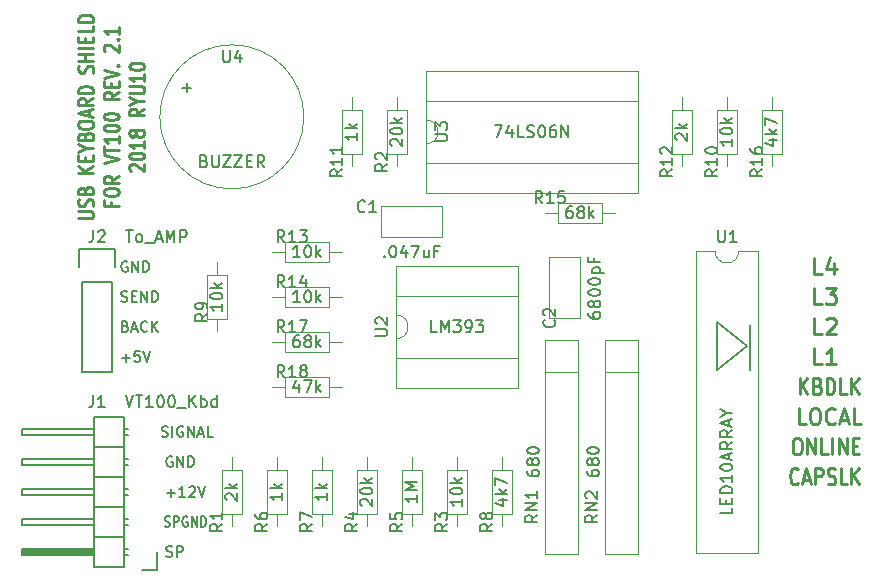
<source format=gto>
G04 #@! TF.FileFunction,Legend,Top*
%FSLAX46Y46*%
G04 Gerber Fmt 4.6, Leading zero omitted, Abs format (unit mm)*
G04 Created by KiCad (PCBNEW 4.0.6) date 2018 June 04, Monday 22:32:25*
%MOMM*%
%LPD*%
G01*
G04 APERTURE LIST*
%ADD10C,0.150000*%
%ADD11C,0.279400*%
%ADD12C,0.177800*%
%ADD13C,0.254000*%
%ADD14C,0.120000*%
G04 APERTURE END LIST*
D10*
D11*
X195249800Y-114798929D02*
X195196581Y-114865452D01*
X195036924Y-114931976D01*
X194930486Y-114931976D01*
X194770828Y-114865452D01*
X194664390Y-114732405D01*
X194611171Y-114599357D01*
X194557952Y-114333262D01*
X194557952Y-114133690D01*
X194611171Y-113867595D01*
X194664390Y-113734548D01*
X194770828Y-113601500D01*
X194930486Y-113534976D01*
X195036924Y-113534976D01*
X195196581Y-113601500D01*
X195249800Y-113668024D01*
X195675552Y-114532833D02*
X196207743Y-114532833D01*
X195569114Y-114931976D02*
X195941647Y-113534976D01*
X196314181Y-114931976D01*
X196686714Y-114931976D02*
X196686714Y-113534976D01*
X197112467Y-113534976D01*
X197218905Y-113601500D01*
X197272124Y-113668024D01*
X197325343Y-113801071D01*
X197325343Y-114000643D01*
X197272124Y-114133690D01*
X197218905Y-114200214D01*
X197112467Y-114266738D01*
X196686714Y-114266738D01*
X197751095Y-114865452D02*
X197910752Y-114931976D01*
X198176848Y-114931976D01*
X198283286Y-114865452D01*
X198336505Y-114798929D01*
X198389724Y-114665881D01*
X198389724Y-114532833D01*
X198336505Y-114399786D01*
X198283286Y-114333262D01*
X198176848Y-114266738D01*
X197963971Y-114200214D01*
X197857533Y-114133690D01*
X197804314Y-114067167D01*
X197751095Y-113934119D01*
X197751095Y-113801071D01*
X197804314Y-113668024D01*
X197857533Y-113601500D01*
X197963971Y-113534976D01*
X198230067Y-113534976D01*
X198389724Y-113601500D01*
X199400886Y-114931976D02*
X198868695Y-114931976D01*
X198868695Y-113534976D01*
X199773419Y-114931976D02*
X199773419Y-113534976D01*
X200412048Y-114931976D02*
X199933076Y-114133690D01*
X200412048Y-113534976D02*
X199773419Y-114333262D01*
X195053856Y-110994976D02*
X195271570Y-110994976D01*
X195380428Y-111061500D01*
X195489285Y-111194548D01*
X195543713Y-111460643D01*
X195543713Y-111926310D01*
X195489285Y-112192405D01*
X195380428Y-112325452D01*
X195271570Y-112391976D01*
X195053856Y-112391976D01*
X194944999Y-112325452D01*
X194836142Y-112192405D01*
X194781713Y-111926310D01*
X194781713Y-111460643D01*
X194836142Y-111194548D01*
X194944999Y-111061500D01*
X195053856Y-110994976D01*
X196033571Y-112391976D02*
X196033571Y-110994976D01*
X196686714Y-112391976D01*
X196686714Y-110994976D01*
X197775286Y-112391976D02*
X197231000Y-112391976D01*
X197231000Y-110994976D01*
X198156286Y-112391976D02*
X198156286Y-110994976D01*
X198700572Y-112391976D02*
X198700572Y-110994976D01*
X199353715Y-112391976D01*
X199353715Y-110994976D01*
X199898001Y-111660214D02*
X200279001Y-111660214D01*
X200442287Y-112391976D02*
X199898001Y-112391976D01*
X199898001Y-110994976D01*
X200442287Y-110994976D01*
X195900525Y-109851976D02*
X195295763Y-109851976D01*
X195295763Y-108454976D01*
X196565763Y-108454976D02*
X196807667Y-108454976D01*
X196928620Y-108521500D01*
X197049572Y-108654548D01*
X197110048Y-108920643D01*
X197110048Y-109386310D01*
X197049572Y-109652405D01*
X196928620Y-109785452D01*
X196807667Y-109851976D01*
X196565763Y-109851976D01*
X196444810Y-109785452D01*
X196323858Y-109652405D01*
X196263382Y-109386310D01*
X196263382Y-108920643D01*
X196323858Y-108654548D01*
X196444810Y-108521500D01*
X196565763Y-108454976D01*
X198380048Y-109718929D02*
X198319572Y-109785452D01*
X198138143Y-109851976D01*
X198017191Y-109851976D01*
X197835763Y-109785452D01*
X197714810Y-109652405D01*
X197654334Y-109519357D01*
X197593858Y-109253262D01*
X197593858Y-109053690D01*
X197654334Y-108787595D01*
X197714810Y-108654548D01*
X197835763Y-108521500D01*
X198017191Y-108454976D01*
X198138143Y-108454976D01*
X198319572Y-108521500D01*
X198380048Y-108588024D01*
X198863858Y-109452833D02*
X199468620Y-109452833D01*
X198742905Y-109851976D02*
X199166239Y-108454976D01*
X199589572Y-109851976D01*
X200617667Y-109851976D02*
X200012905Y-109851976D01*
X200012905Y-108454976D01*
X197252167Y-104771976D02*
X196586929Y-104771976D01*
X196586929Y-103374976D01*
X198449596Y-104771976D02*
X197651310Y-104771976D01*
X198050453Y-104771976D02*
X198050453Y-103374976D01*
X197917405Y-103574548D01*
X197784358Y-103707595D01*
X197651310Y-103774119D01*
X197252167Y-102231976D02*
X196586929Y-102231976D01*
X196586929Y-100834976D01*
X197651310Y-100968024D02*
X197717834Y-100901500D01*
X197850882Y-100834976D01*
X198183501Y-100834976D01*
X198316548Y-100901500D01*
X198383072Y-100968024D01*
X198449596Y-101101071D01*
X198449596Y-101234119D01*
X198383072Y-101433690D01*
X197584786Y-102231976D01*
X198449596Y-102231976D01*
X197252167Y-99691976D02*
X196586929Y-99691976D01*
X196586929Y-98294976D01*
X197584786Y-98294976D02*
X198449596Y-98294976D01*
X197983929Y-98827167D01*
X198183501Y-98827167D01*
X198316548Y-98893690D01*
X198383072Y-98960214D01*
X198449596Y-99093262D01*
X198449596Y-99425881D01*
X198383072Y-99558929D01*
X198316548Y-99625452D01*
X198183501Y-99691976D01*
X197784358Y-99691976D01*
X197651310Y-99625452D01*
X197584786Y-99558929D01*
X197252167Y-97151976D02*
X196586929Y-97151976D01*
X196586929Y-95754976D01*
X198316548Y-96220643D02*
X198316548Y-97151976D01*
X197983929Y-95688452D02*
X197651310Y-96686310D01*
X198516120Y-96686310D01*
X195389500Y-107311976D02*
X195389500Y-105914976D01*
X196042643Y-107311976D02*
X195552786Y-106513690D01*
X196042643Y-105914976D02*
X195389500Y-106713262D01*
X196913500Y-106580214D02*
X197076786Y-106646738D01*
X197131214Y-106713262D01*
X197185643Y-106846310D01*
X197185643Y-107045881D01*
X197131214Y-107178929D01*
X197076786Y-107245452D01*
X196967928Y-107311976D01*
X196532500Y-107311976D01*
X196532500Y-105914976D01*
X196913500Y-105914976D01*
X197022357Y-105981500D01*
X197076786Y-106048024D01*
X197131214Y-106181071D01*
X197131214Y-106314119D01*
X197076786Y-106447167D01*
X197022357Y-106513690D01*
X196913500Y-106580214D01*
X196532500Y-106580214D01*
X197675500Y-107311976D02*
X197675500Y-105914976D01*
X197947643Y-105914976D01*
X198110928Y-105981500D01*
X198219786Y-106114548D01*
X198274214Y-106247595D01*
X198328643Y-106513690D01*
X198328643Y-106713262D01*
X198274214Y-106979357D01*
X198219786Y-107112405D01*
X198110928Y-107245452D01*
X197947643Y-107311976D01*
X197675500Y-107311976D01*
X199362786Y-107311976D02*
X198818500Y-107311976D01*
X198818500Y-105914976D01*
X199743786Y-107311976D02*
X199743786Y-105914976D01*
X200396929Y-107311976D02*
X199907072Y-106513690D01*
X200396929Y-105914976D02*
X199743786Y-106713262D01*
D12*
X141774333Y-121009833D02*
X141901333Y-121052167D01*
X142113000Y-121052167D01*
X142197667Y-121009833D01*
X142240000Y-120967500D01*
X142282333Y-120882833D01*
X142282333Y-120798167D01*
X142240000Y-120713500D01*
X142197667Y-120671167D01*
X142113000Y-120628833D01*
X141943667Y-120586500D01*
X141859000Y-120544167D01*
X141816667Y-120501833D01*
X141774333Y-120417167D01*
X141774333Y-120332500D01*
X141816667Y-120247833D01*
X141859000Y-120205500D01*
X141943667Y-120163167D01*
X142155333Y-120163167D01*
X142282333Y-120205500D01*
X142663334Y-121052167D02*
X142663334Y-120163167D01*
X143002000Y-120163167D01*
X143086667Y-120205500D01*
X143129000Y-120247833D01*
X143171334Y-120332500D01*
X143171334Y-120459500D01*
X143129000Y-120544167D01*
X143086667Y-120586500D01*
X143002000Y-120628833D01*
X142663334Y-120628833D01*
X141623143Y-118469833D02*
X141732000Y-118512167D01*
X141913429Y-118512167D01*
X141986000Y-118469833D01*
X142022286Y-118427500D01*
X142058571Y-118342833D01*
X142058571Y-118258167D01*
X142022286Y-118173500D01*
X141986000Y-118131167D01*
X141913429Y-118088833D01*
X141768286Y-118046500D01*
X141695714Y-118004167D01*
X141659429Y-117961833D01*
X141623143Y-117877167D01*
X141623143Y-117792500D01*
X141659429Y-117707833D01*
X141695714Y-117665500D01*
X141768286Y-117623167D01*
X141949714Y-117623167D01*
X142058571Y-117665500D01*
X142385143Y-118512167D02*
X142385143Y-117623167D01*
X142675428Y-117623167D01*
X142748000Y-117665500D01*
X142784285Y-117707833D01*
X142820571Y-117792500D01*
X142820571Y-117919500D01*
X142784285Y-118004167D01*
X142748000Y-118046500D01*
X142675428Y-118088833D01*
X142385143Y-118088833D01*
X143546285Y-117665500D02*
X143473714Y-117623167D01*
X143364857Y-117623167D01*
X143256000Y-117665500D01*
X143183428Y-117750167D01*
X143147143Y-117834833D01*
X143110857Y-118004167D01*
X143110857Y-118131167D01*
X143147143Y-118300500D01*
X143183428Y-118385167D01*
X143256000Y-118469833D01*
X143364857Y-118512167D01*
X143437428Y-118512167D01*
X143546285Y-118469833D01*
X143582571Y-118427500D01*
X143582571Y-118131167D01*
X143437428Y-118131167D01*
X143909143Y-118512167D02*
X143909143Y-117623167D01*
X144344571Y-118512167D01*
X144344571Y-117623167D01*
X144707429Y-118512167D02*
X144707429Y-117623167D01*
X144888857Y-117623167D01*
X144997714Y-117665500D01*
X145070286Y-117750167D01*
X145106571Y-117834833D01*
X145142857Y-118004167D01*
X145142857Y-118131167D01*
X145106571Y-118300500D01*
X145070286Y-118385167D01*
X144997714Y-118469833D01*
X144888857Y-118512167D01*
X144707429Y-118512167D01*
X141816667Y-115633500D02*
X142494000Y-115633500D01*
X142155333Y-115972167D02*
X142155333Y-115294833D01*
X143383000Y-115972167D02*
X142875000Y-115972167D01*
X143129000Y-115972167D02*
X143129000Y-115083167D01*
X143044334Y-115210167D01*
X142959667Y-115294833D01*
X142875000Y-115337167D01*
X143721667Y-115167833D02*
X143764001Y-115125500D01*
X143848667Y-115083167D01*
X144060334Y-115083167D01*
X144145001Y-115125500D01*
X144187334Y-115167833D01*
X144229667Y-115252500D01*
X144229667Y-115337167D01*
X144187334Y-115464167D01*
X143679334Y-115972167D01*
X144229667Y-115972167D01*
X144483668Y-115083167D02*
X144780001Y-115972167D01*
X145076334Y-115083167D01*
X141393333Y-110849833D02*
X141520333Y-110892167D01*
X141732000Y-110892167D01*
X141816667Y-110849833D01*
X141859000Y-110807500D01*
X141901333Y-110722833D01*
X141901333Y-110638167D01*
X141859000Y-110553500D01*
X141816667Y-110511167D01*
X141732000Y-110468833D01*
X141562667Y-110426500D01*
X141478000Y-110384167D01*
X141435667Y-110341833D01*
X141393333Y-110257167D01*
X141393333Y-110172500D01*
X141435667Y-110087833D01*
X141478000Y-110045500D01*
X141562667Y-110003167D01*
X141774333Y-110003167D01*
X141901333Y-110045500D01*
X142282334Y-110892167D02*
X142282334Y-110003167D01*
X143171333Y-110045500D02*
X143086667Y-110003167D01*
X142959667Y-110003167D01*
X142832667Y-110045500D01*
X142748000Y-110130167D01*
X142705667Y-110214833D01*
X142663333Y-110384167D01*
X142663333Y-110511167D01*
X142705667Y-110680500D01*
X142748000Y-110765167D01*
X142832667Y-110849833D01*
X142959667Y-110892167D01*
X143044333Y-110892167D01*
X143171333Y-110849833D01*
X143213667Y-110807500D01*
X143213667Y-110511167D01*
X143044333Y-110511167D01*
X143594667Y-110892167D02*
X143594667Y-110003167D01*
X144102667Y-110892167D01*
X144102667Y-110003167D01*
X144483666Y-110638167D02*
X144907000Y-110638167D01*
X144399000Y-110892167D02*
X144695333Y-110003167D01*
X144991666Y-110892167D01*
X145711333Y-110892167D02*
X145288000Y-110892167D01*
X145288000Y-110003167D01*
X142282333Y-112585500D02*
X142197667Y-112543167D01*
X142070667Y-112543167D01*
X141943667Y-112585500D01*
X141859000Y-112670167D01*
X141816667Y-112754833D01*
X141774333Y-112924167D01*
X141774333Y-113051167D01*
X141816667Y-113220500D01*
X141859000Y-113305167D01*
X141943667Y-113389833D01*
X142070667Y-113432167D01*
X142155333Y-113432167D01*
X142282333Y-113389833D01*
X142324667Y-113347500D01*
X142324667Y-113051167D01*
X142155333Y-113051167D01*
X142705667Y-113432167D02*
X142705667Y-112543167D01*
X143213667Y-113432167D01*
X143213667Y-112543167D01*
X143637000Y-113432167D02*
X143637000Y-112543167D01*
X143848666Y-112543167D01*
X143975666Y-112585500D01*
X144060333Y-112670167D01*
X144102666Y-112754833D01*
X144145000Y-112924167D01*
X144145000Y-113051167D01*
X144102666Y-113220500D01*
X144060333Y-113305167D01*
X143975666Y-113389833D01*
X143848666Y-113432167D01*
X143637000Y-113432167D01*
X138006667Y-104203500D02*
X138684000Y-104203500D01*
X138345333Y-104542167D02*
X138345333Y-103864833D01*
X139530667Y-103653167D02*
X139107334Y-103653167D01*
X139065000Y-104076500D01*
X139107334Y-104034167D01*
X139192000Y-103991833D01*
X139403667Y-103991833D01*
X139488334Y-104034167D01*
X139530667Y-104076500D01*
X139573000Y-104161167D01*
X139573000Y-104372833D01*
X139530667Y-104457500D01*
X139488334Y-104499833D01*
X139403667Y-104542167D01*
X139192000Y-104542167D01*
X139107334Y-104499833D01*
X139065000Y-104457500D01*
X139827001Y-103653167D02*
X140123334Y-104542167D01*
X140419667Y-103653167D01*
X138303000Y-101536500D02*
X138430000Y-101578833D01*
X138472333Y-101621167D01*
X138514667Y-101705833D01*
X138514667Y-101832833D01*
X138472333Y-101917500D01*
X138430000Y-101959833D01*
X138345333Y-102002167D01*
X138006667Y-102002167D01*
X138006667Y-101113167D01*
X138303000Y-101113167D01*
X138387667Y-101155500D01*
X138430000Y-101197833D01*
X138472333Y-101282500D01*
X138472333Y-101367167D01*
X138430000Y-101451833D01*
X138387667Y-101494167D01*
X138303000Y-101536500D01*
X138006667Y-101536500D01*
X138853333Y-101748167D02*
X139276667Y-101748167D01*
X138768667Y-102002167D02*
X139065000Y-101113167D01*
X139361333Y-102002167D01*
X140165667Y-101917500D02*
X140123333Y-101959833D01*
X139996333Y-102002167D01*
X139911667Y-102002167D01*
X139784667Y-101959833D01*
X139700000Y-101875167D01*
X139657667Y-101790500D01*
X139615333Y-101621167D01*
X139615333Y-101494167D01*
X139657667Y-101324833D01*
X139700000Y-101240167D01*
X139784667Y-101155500D01*
X139911667Y-101113167D01*
X139996333Y-101113167D01*
X140123333Y-101155500D01*
X140165667Y-101197833D01*
X140546667Y-102002167D02*
X140546667Y-101113167D01*
X141054667Y-102002167D02*
X140673667Y-101494167D01*
X141054667Y-101113167D02*
X140546667Y-101621167D01*
X137964333Y-99419833D02*
X138091333Y-99462167D01*
X138303000Y-99462167D01*
X138387667Y-99419833D01*
X138430000Y-99377500D01*
X138472333Y-99292833D01*
X138472333Y-99208167D01*
X138430000Y-99123500D01*
X138387667Y-99081167D01*
X138303000Y-99038833D01*
X138133667Y-98996500D01*
X138049000Y-98954167D01*
X138006667Y-98911833D01*
X137964333Y-98827167D01*
X137964333Y-98742500D01*
X138006667Y-98657833D01*
X138049000Y-98615500D01*
X138133667Y-98573167D01*
X138345333Y-98573167D01*
X138472333Y-98615500D01*
X138853334Y-98996500D02*
X139149667Y-98996500D01*
X139276667Y-99462167D02*
X138853334Y-99462167D01*
X138853334Y-98573167D01*
X139276667Y-98573167D01*
X139657667Y-99462167D02*
X139657667Y-98573167D01*
X140165667Y-99462167D01*
X140165667Y-98573167D01*
X140589000Y-99462167D02*
X140589000Y-98573167D01*
X140800666Y-98573167D01*
X140927666Y-98615500D01*
X141012333Y-98700167D01*
X141054666Y-98784833D01*
X141097000Y-98954167D01*
X141097000Y-99081167D01*
X141054666Y-99250500D01*
X141012333Y-99335167D01*
X140927666Y-99419833D01*
X140800666Y-99462167D01*
X140589000Y-99462167D01*
X138472333Y-96075500D02*
X138387667Y-96033167D01*
X138260667Y-96033167D01*
X138133667Y-96075500D01*
X138049000Y-96160167D01*
X138006667Y-96244833D01*
X137964333Y-96414167D01*
X137964333Y-96541167D01*
X138006667Y-96710500D01*
X138049000Y-96795167D01*
X138133667Y-96879833D01*
X138260667Y-96922167D01*
X138345333Y-96922167D01*
X138472333Y-96879833D01*
X138514667Y-96837500D01*
X138514667Y-96541167D01*
X138345333Y-96541167D01*
X138895667Y-96922167D02*
X138895667Y-96033167D01*
X139403667Y-96922167D01*
X139403667Y-96033167D01*
X139827000Y-96922167D02*
X139827000Y-96033167D01*
X140038666Y-96033167D01*
X140165666Y-96075500D01*
X140250333Y-96160167D01*
X140292666Y-96244833D01*
X140335000Y-96414167D01*
X140335000Y-96541167D01*
X140292666Y-96710500D01*
X140250333Y-96795167D01*
X140165666Y-96879833D01*
X140038666Y-96922167D01*
X139827000Y-96922167D01*
D13*
X134305524Y-92407618D02*
X135333619Y-92407618D01*
X135454571Y-92359237D01*
X135515048Y-92310856D01*
X135575524Y-92214094D01*
X135575524Y-92020571D01*
X135515048Y-91923809D01*
X135454571Y-91875428D01*
X135333619Y-91827047D01*
X134305524Y-91827047D01*
X135515048Y-91391618D02*
X135575524Y-91246475D01*
X135575524Y-91004571D01*
X135515048Y-90907809D01*
X135454571Y-90859428D01*
X135333619Y-90811047D01*
X135212667Y-90811047D01*
X135091714Y-90859428D01*
X135031238Y-90907809D01*
X134970762Y-91004571D01*
X134910286Y-91198094D01*
X134849810Y-91294856D01*
X134789333Y-91343237D01*
X134668381Y-91391618D01*
X134547429Y-91391618D01*
X134426476Y-91343237D01*
X134366000Y-91294856D01*
X134305524Y-91198094D01*
X134305524Y-90956190D01*
X134366000Y-90811047D01*
X134910286Y-90036952D02*
X134970762Y-89891809D01*
X135031238Y-89843428D01*
X135152190Y-89795047D01*
X135333619Y-89795047D01*
X135454571Y-89843428D01*
X135515048Y-89891809D01*
X135575524Y-89988571D01*
X135575524Y-90375618D01*
X134305524Y-90375618D01*
X134305524Y-90036952D01*
X134366000Y-89940190D01*
X134426476Y-89891809D01*
X134547429Y-89843428D01*
X134668381Y-89843428D01*
X134789333Y-89891809D01*
X134849810Y-89940190D01*
X134910286Y-90036952D01*
X134910286Y-90375618D01*
X135575524Y-88585523D02*
X134305524Y-88585523D01*
X135575524Y-88004952D02*
X134849810Y-88440380D01*
X134305524Y-88004952D02*
X135031238Y-88585523D01*
X134910286Y-87569523D02*
X134910286Y-87230857D01*
X135575524Y-87085714D02*
X135575524Y-87569523D01*
X134305524Y-87569523D01*
X134305524Y-87085714D01*
X134970762Y-86456761D02*
X135575524Y-86456761D01*
X134305524Y-86795428D02*
X134970762Y-86456761D01*
X134305524Y-86118095D01*
X134910286Y-85440762D02*
X134970762Y-85295619D01*
X135031238Y-85247238D01*
X135152190Y-85198857D01*
X135333619Y-85198857D01*
X135454571Y-85247238D01*
X135515048Y-85295619D01*
X135575524Y-85392381D01*
X135575524Y-85779428D01*
X134305524Y-85779428D01*
X134305524Y-85440762D01*
X134366000Y-85344000D01*
X134426476Y-85295619D01*
X134547429Y-85247238D01*
X134668381Y-85247238D01*
X134789333Y-85295619D01*
X134849810Y-85344000D01*
X134910286Y-85440762D01*
X134910286Y-85779428D01*
X134305524Y-84569904D02*
X134305524Y-84376381D01*
X134366000Y-84279619D01*
X134486952Y-84182857D01*
X134728857Y-84134476D01*
X135152190Y-84134476D01*
X135394095Y-84182857D01*
X135515048Y-84279619D01*
X135575524Y-84376381D01*
X135575524Y-84569904D01*
X135515048Y-84666666D01*
X135394095Y-84763428D01*
X135152190Y-84811809D01*
X134728857Y-84811809D01*
X134486952Y-84763428D01*
X134366000Y-84666666D01*
X134305524Y-84569904D01*
X135212667Y-83747428D02*
X135212667Y-83263619D01*
X135575524Y-83844190D02*
X134305524Y-83505523D01*
X135575524Y-83166857D01*
X135575524Y-82247619D02*
X134970762Y-82586285D01*
X135575524Y-82828190D02*
X134305524Y-82828190D01*
X134305524Y-82441143D01*
X134366000Y-82344381D01*
X134426476Y-82296000D01*
X134547429Y-82247619D01*
X134728857Y-82247619D01*
X134849810Y-82296000D01*
X134910286Y-82344381D01*
X134970762Y-82441143D01*
X134970762Y-82828190D01*
X135575524Y-81812190D02*
X134305524Y-81812190D01*
X134305524Y-81570285D01*
X134366000Y-81425143D01*
X134486952Y-81328381D01*
X134607905Y-81280000D01*
X134849810Y-81231619D01*
X135031238Y-81231619D01*
X135273143Y-81280000D01*
X135394095Y-81328381D01*
X135515048Y-81425143D01*
X135575524Y-81570285D01*
X135575524Y-81812190D01*
X135515048Y-80070476D02*
X135575524Y-79925333D01*
X135575524Y-79683429D01*
X135515048Y-79586667D01*
X135454571Y-79538286D01*
X135333619Y-79489905D01*
X135212667Y-79489905D01*
X135091714Y-79538286D01*
X135031238Y-79586667D01*
X134970762Y-79683429D01*
X134910286Y-79876952D01*
X134849810Y-79973714D01*
X134789333Y-80022095D01*
X134668381Y-80070476D01*
X134547429Y-80070476D01*
X134426476Y-80022095D01*
X134366000Y-79973714D01*
X134305524Y-79876952D01*
X134305524Y-79635048D01*
X134366000Y-79489905D01*
X135575524Y-79054476D02*
X134305524Y-79054476D01*
X134910286Y-79054476D02*
X134910286Y-78473905D01*
X135575524Y-78473905D02*
X134305524Y-78473905D01*
X135575524Y-77990095D02*
X134305524Y-77990095D01*
X134910286Y-77506285D02*
X134910286Y-77167619D01*
X135575524Y-77022476D02*
X135575524Y-77506285D01*
X134305524Y-77506285D01*
X134305524Y-77022476D01*
X135575524Y-76103238D02*
X135575524Y-76587047D01*
X134305524Y-76587047D01*
X135575524Y-75764571D02*
X134305524Y-75764571D01*
X134305524Y-75522666D01*
X134366000Y-75377524D01*
X134486952Y-75280762D01*
X134607905Y-75232381D01*
X134849810Y-75184000D01*
X135031238Y-75184000D01*
X135273143Y-75232381D01*
X135394095Y-75280762D01*
X135515048Y-75377524D01*
X135575524Y-75522666D01*
X135575524Y-75764571D01*
X137069286Y-91004571D02*
X137069286Y-91343237D01*
X137734524Y-91343237D02*
X136464524Y-91343237D01*
X136464524Y-90859428D01*
X136464524Y-90278856D02*
X136464524Y-90085333D01*
X136525000Y-89988571D01*
X136645952Y-89891809D01*
X136887857Y-89843428D01*
X137311190Y-89843428D01*
X137553095Y-89891809D01*
X137674048Y-89988571D01*
X137734524Y-90085333D01*
X137734524Y-90278856D01*
X137674048Y-90375618D01*
X137553095Y-90472380D01*
X137311190Y-90520761D01*
X136887857Y-90520761D01*
X136645952Y-90472380D01*
X136525000Y-90375618D01*
X136464524Y-90278856D01*
X137734524Y-88827428D02*
X137129762Y-89166094D01*
X137734524Y-89407999D02*
X136464524Y-89407999D01*
X136464524Y-89020952D01*
X136525000Y-88924190D01*
X136585476Y-88875809D01*
X136706429Y-88827428D01*
X136887857Y-88827428D01*
X137008810Y-88875809D01*
X137069286Y-88924190D01*
X137129762Y-89020952D01*
X137129762Y-89407999D01*
X136464524Y-87763047D02*
X137734524Y-87424380D01*
X136464524Y-87085714D01*
X136464524Y-86892190D02*
X136464524Y-86311619D01*
X137734524Y-86601904D02*
X136464524Y-86601904D01*
X137734524Y-85440762D02*
X137734524Y-86021333D01*
X137734524Y-85731047D02*
X136464524Y-85731047D01*
X136645952Y-85827809D01*
X136766905Y-85924571D01*
X136827381Y-86021333D01*
X136464524Y-84811809D02*
X136464524Y-84715048D01*
X136525000Y-84618286D01*
X136585476Y-84569905D01*
X136706429Y-84521524D01*
X136948333Y-84473143D01*
X137250714Y-84473143D01*
X137492619Y-84521524D01*
X137613571Y-84569905D01*
X137674048Y-84618286D01*
X137734524Y-84715048D01*
X137734524Y-84811809D01*
X137674048Y-84908571D01*
X137613571Y-84956952D01*
X137492619Y-85005333D01*
X137250714Y-85053714D01*
X136948333Y-85053714D01*
X136706429Y-85005333D01*
X136585476Y-84956952D01*
X136525000Y-84908571D01*
X136464524Y-84811809D01*
X136464524Y-83844190D02*
X136464524Y-83747429D01*
X136525000Y-83650667D01*
X136585476Y-83602286D01*
X136706429Y-83553905D01*
X136948333Y-83505524D01*
X137250714Y-83505524D01*
X137492619Y-83553905D01*
X137613571Y-83602286D01*
X137674048Y-83650667D01*
X137734524Y-83747429D01*
X137734524Y-83844190D01*
X137674048Y-83940952D01*
X137613571Y-83989333D01*
X137492619Y-84037714D01*
X137250714Y-84086095D01*
X136948333Y-84086095D01*
X136706429Y-84037714D01*
X136585476Y-83989333D01*
X136525000Y-83940952D01*
X136464524Y-83844190D01*
X137734524Y-81715429D02*
X137129762Y-82054095D01*
X137734524Y-82296000D02*
X136464524Y-82296000D01*
X136464524Y-81908953D01*
X136525000Y-81812191D01*
X136585476Y-81763810D01*
X136706429Y-81715429D01*
X136887857Y-81715429D01*
X137008810Y-81763810D01*
X137069286Y-81812191D01*
X137129762Y-81908953D01*
X137129762Y-82296000D01*
X137069286Y-81280000D02*
X137069286Y-80941334D01*
X137734524Y-80796191D02*
X137734524Y-81280000D01*
X136464524Y-81280000D01*
X136464524Y-80796191D01*
X136464524Y-80505905D02*
X137734524Y-80167238D01*
X136464524Y-79828572D01*
X137613571Y-79489905D02*
X137674048Y-79441524D01*
X137734524Y-79489905D01*
X137674048Y-79538286D01*
X137613571Y-79489905D01*
X137734524Y-79489905D01*
X136585476Y-78280381D02*
X136525000Y-78232000D01*
X136464524Y-78135238D01*
X136464524Y-77893334D01*
X136525000Y-77796572D01*
X136585476Y-77748191D01*
X136706429Y-77699810D01*
X136827381Y-77699810D01*
X137008810Y-77748191D01*
X137734524Y-78328762D01*
X137734524Y-77699810D01*
X137613571Y-77264381D02*
X137674048Y-77216000D01*
X137734524Y-77264381D01*
X137674048Y-77312762D01*
X137613571Y-77264381D01*
X137734524Y-77264381D01*
X137734524Y-76248381D02*
X137734524Y-76828952D01*
X137734524Y-76538666D02*
X136464524Y-76538666D01*
X136645952Y-76635428D01*
X136766905Y-76732190D01*
X136827381Y-76828952D01*
X138744476Y-88391999D02*
X138684000Y-88343618D01*
X138623524Y-88246856D01*
X138623524Y-88004952D01*
X138684000Y-87908190D01*
X138744476Y-87859809D01*
X138865429Y-87811428D01*
X138986381Y-87811428D01*
X139167810Y-87859809D01*
X139893524Y-88440380D01*
X139893524Y-87811428D01*
X138623524Y-87182475D02*
X138623524Y-87085714D01*
X138684000Y-86988952D01*
X138744476Y-86940571D01*
X138865429Y-86892190D01*
X139107333Y-86843809D01*
X139409714Y-86843809D01*
X139651619Y-86892190D01*
X139772571Y-86940571D01*
X139833048Y-86988952D01*
X139893524Y-87085714D01*
X139893524Y-87182475D01*
X139833048Y-87279237D01*
X139772571Y-87327618D01*
X139651619Y-87375999D01*
X139409714Y-87424380D01*
X139107333Y-87424380D01*
X138865429Y-87375999D01*
X138744476Y-87327618D01*
X138684000Y-87279237D01*
X138623524Y-87182475D01*
X139893524Y-85876190D02*
X139893524Y-86456761D01*
X139893524Y-86166475D02*
X138623524Y-86166475D01*
X138804952Y-86263237D01*
X138925905Y-86359999D01*
X138986381Y-86456761D01*
X139167810Y-85295618D02*
X139107333Y-85392380D01*
X139046857Y-85440761D01*
X138925905Y-85489142D01*
X138865429Y-85489142D01*
X138744476Y-85440761D01*
X138684000Y-85392380D01*
X138623524Y-85295618D01*
X138623524Y-85102095D01*
X138684000Y-85005333D01*
X138744476Y-84956952D01*
X138865429Y-84908571D01*
X138925905Y-84908571D01*
X139046857Y-84956952D01*
X139107333Y-85005333D01*
X139167810Y-85102095D01*
X139167810Y-85295618D01*
X139228286Y-85392380D01*
X139288762Y-85440761D01*
X139409714Y-85489142D01*
X139651619Y-85489142D01*
X139772571Y-85440761D01*
X139833048Y-85392380D01*
X139893524Y-85295618D01*
X139893524Y-85102095D01*
X139833048Y-85005333D01*
X139772571Y-84956952D01*
X139651619Y-84908571D01*
X139409714Y-84908571D01*
X139288762Y-84956952D01*
X139228286Y-85005333D01*
X139167810Y-85102095D01*
X139893524Y-83118476D02*
X139288762Y-83457142D01*
X139893524Y-83699047D02*
X138623524Y-83699047D01*
X138623524Y-83312000D01*
X138684000Y-83215238D01*
X138744476Y-83166857D01*
X138865429Y-83118476D01*
X139046857Y-83118476D01*
X139167810Y-83166857D01*
X139228286Y-83215238D01*
X139288762Y-83312000D01*
X139288762Y-83699047D01*
X139288762Y-82489523D02*
X139893524Y-82489523D01*
X138623524Y-82828190D02*
X139288762Y-82489523D01*
X138623524Y-82150857D01*
X138623524Y-81812190D02*
X139651619Y-81812190D01*
X139772571Y-81763809D01*
X139833048Y-81715428D01*
X139893524Y-81618666D01*
X139893524Y-81425143D01*
X139833048Y-81328381D01*
X139772571Y-81280000D01*
X139651619Y-81231619D01*
X138623524Y-81231619D01*
X139893524Y-80215619D02*
X139893524Y-80796190D01*
X139893524Y-80505904D02*
X138623524Y-80505904D01*
X138804952Y-80602666D01*
X138925905Y-80699428D01*
X138986381Y-80796190D01*
X138623524Y-79586666D02*
X138623524Y-79489905D01*
X138684000Y-79393143D01*
X138744476Y-79344762D01*
X138865429Y-79296381D01*
X139107333Y-79248000D01*
X139409714Y-79248000D01*
X139651619Y-79296381D01*
X139772571Y-79344762D01*
X139833048Y-79393143D01*
X139893524Y-79489905D01*
X139893524Y-79586666D01*
X139833048Y-79683428D01*
X139772571Y-79731809D01*
X139651619Y-79780190D01*
X139409714Y-79828571D01*
X139107333Y-79828571D01*
X138865429Y-79780190D01*
X138744476Y-79731809D01*
X138684000Y-79683428D01*
X138623524Y-79586666D01*
D14*
X159980000Y-91400000D02*
X165100000Y-91400000D01*
X159980000Y-94020000D02*
X165100000Y-94020000D01*
X159980000Y-91400000D02*
X159980000Y-94020000D01*
X165100000Y-91400000D02*
X165100000Y-94020000D01*
X176824000Y-95718000D02*
X176824000Y-100838000D01*
X174204000Y-95718000D02*
X174204000Y-100838000D01*
X176824000Y-95718000D02*
X174204000Y-95718000D01*
X176824000Y-100838000D02*
X174204000Y-100838000D01*
D10*
X141000000Y-122200000D02*
X141000000Y-120650000D01*
X139700000Y-122200000D02*
X141000000Y-122200000D01*
X135509000Y-120777000D02*
X129667000Y-120777000D01*
X129667000Y-120777000D02*
X129667000Y-120523000D01*
X129667000Y-120523000D02*
X135509000Y-120523000D01*
X135509000Y-120523000D02*
X135509000Y-120650000D01*
X135509000Y-120650000D02*
X129667000Y-120650000D01*
X138176000Y-120904000D02*
X138557000Y-120904000D01*
X138176000Y-120396000D02*
X138557000Y-120396000D01*
X138176000Y-118364000D02*
X138557000Y-118364000D01*
X138176000Y-117856000D02*
X138557000Y-117856000D01*
X138176000Y-115824000D02*
X138557000Y-115824000D01*
X138176000Y-115316000D02*
X138557000Y-115316000D01*
X138176000Y-113284000D02*
X138557000Y-113284000D01*
X138176000Y-112776000D02*
X138557000Y-112776000D01*
X138176000Y-110236000D02*
X138557000Y-110236000D01*
X138176000Y-110744000D02*
X138557000Y-110744000D01*
X135636000Y-119380000D02*
X135636000Y-121920000D01*
X129540000Y-120396000D02*
X135636000Y-120396000D01*
X129540000Y-120904000D02*
X129540000Y-120396000D01*
X135636000Y-120904000D02*
X129540000Y-120904000D01*
X138176000Y-119380000D02*
X135636000Y-119380000D01*
X138176000Y-121920000D02*
X138176000Y-119380000D01*
X138176000Y-121920000D02*
X135636000Y-121920000D01*
X138176000Y-116840000D02*
X135636000Y-116840000D01*
X138176000Y-116840000D02*
X138176000Y-114300000D01*
X138176000Y-114300000D02*
X135636000Y-114300000D01*
X135636000Y-115824000D02*
X129540000Y-115824000D01*
X129540000Y-115824000D02*
X129540000Y-115316000D01*
X129540000Y-115316000D02*
X135636000Y-115316000D01*
X135636000Y-114300000D02*
X135636000Y-116840000D01*
X135636000Y-116840000D02*
X135636000Y-119380000D01*
X129540000Y-117856000D02*
X135636000Y-117856000D01*
X129540000Y-118364000D02*
X129540000Y-117856000D01*
X135636000Y-118364000D02*
X129540000Y-118364000D01*
X138176000Y-116840000D02*
X135636000Y-116840000D01*
X138176000Y-119380000D02*
X138176000Y-116840000D01*
X138176000Y-119380000D02*
X135636000Y-119380000D01*
X138176000Y-111760000D02*
X135636000Y-111760000D01*
X138176000Y-111760000D02*
X138176000Y-109220000D01*
X138176000Y-109220000D02*
X135636000Y-109220000D01*
X135636000Y-110744000D02*
X129540000Y-110744000D01*
X129540000Y-110744000D02*
X129540000Y-110236000D01*
X129540000Y-110236000D02*
X135636000Y-110236000D01*
X135636000Y-109220000D02*
X135636000Y-111760000D01*
X135636000Y-111760000D02*
X135636000Y-114300000D01*
X129540000Y-112776000D02*
X135636000Y-112776000D01*
X129540000Y-113284000D02*
X129540000Y-112776000D01*
X135636000Y-113284000D02*
X129540000Y-113284000D01*
X138176000Y-111760000D02*
X135636000Y-111760000D01*
X138176000Y-114300000D02*
X138176000Y-111760000D01*
X138176000Y-114300000D02*
X135636000Y-114300000D01*
X134620000Y-97790000D02*
X134620000Y-105410000D01*
X137160000Y-97790000D02*
X137160000Y-105410000D01*
X137440000Y-94970000D02*
X137440000Y-96520000D01*
X134620000Y-105410000D02*
X137160000Y-105410000D01*
X137160000Y-97790000D02*
X134620000Y-97790000D01*
X134340000Y-96520000D02*
X134340000Y-94970000D01*
X134340000Y-94970000D02*
X137440000Y-94970000D01*
D14*
X148180000Y-113710000D02*
X146460000Y-113710000D01*
X146460000Y-113710000D02*
X146460000Y-117430000D01*
X146460000Y-117430000D02*
X148180000Y-117430000D01*
X148180000Y-117430000D02*
X148180000Y-113710000D01*
X147320000Y-112640000D02*
X147320000Y-113710000D01*
X147320000Y-118500000D02*
X147320000Y-117430000D01*
X160430000Y-86950000D02*
X162150000Y-86950000D01*
X162150000Y-86950000D02*
X162150000Y-83230000D01*
X162150000Y-83230000D02*
X160430000Y-83230000D01*
X160430000Y-83230000D02*
X160430000Y-86950000D01*
X161290000Y-88020000D02*
X161290000Y-86950000D01*
X161290000Y-82160000D02*
X161290000Y-83230000D01*
X167230000Y-113710000D02*
X165510000Y-113710000D01*
X165510000Y-113710000D02*
X165510000Y-117430000D01*
X165510000Y-117430000D02*
X167230000Y-117430000D01*
X167230000Y-117430000D02*
X167230000Y-113710000D01*
X166370000Y-112640000D02*
X166370000Y-113710000D01*
X166370000Y-118500000D02*
X166370000Y-117430000D01*
X157890000Y-117430000D02*
X159610000Y-117430000D01*
X159610000Y-117430000D02*
X159610000Y-113710000D01*
X159610000Y-113710000D02*
X157890000Y-113710000D01*
X157890000Y-113710000D02*
X157890000Y-117430000D01*
X158750000Y-118500000D02*
X158750000Y-117430000D01*
X158750000Y-112640000D02*
X158750000Y-113710000D01*
X163420000Y-113710000D02*
X161700000Y-113710000D01*
X161700000Y-113710000D02*
X161700000Y-117430000D01*
X161700000Y-117430000D02*
X163420000Y-117430000D01*
X163420000Y-117430000D02*
X163420000Y-113710000D01*
X162560000Y-112640000D02*
X162560000Y-113710000D01*
X162560000Y-118500000D02*
X162560000Y-117430000D01*
X150270000Y-117430000D02*
X151990000Y-117430000D01*
X151990000Y-117430000D02*
X151990000Y-113710000D01*
X151990000Y-113710000D02*
X150270000Y-113710000D01*
X150270000Y-113710000D02*
X150270000Y-117430000D01*
X151130000Y-118500000D02*
X151130000Y-117430000D01*
X151130000Y-112640000D02*
X151130000Y-113710000D01*
X154080000Y-117430000D02*
X155800000Y-117430000D01*
X155800000Y-117430000D02*
X155800000Y-113710000D01*
X155800000Y-113710000D02*
X154080000Y-113710000D01*
X154080000Y-113710000D02*
X154080000Y-117430000D01*
X154940000Y-118500000D02*
X154940000Y-117430000D01*
X154940000Y-112640000D02*
X154940000Y-113710000D01*
X169320000Y-117430000D02*
X171040000Y-117430000D01*
X171040000Y-117430000D02*
X171040000Y-113710000D01*
X171040000Y-113710000D02*
X169320000Y-113710000D01*
X169320000Y-113710000D02*
X169320000Y-117430000D01*
X170180000Y-118500000D02*
X170180000Y-117430000D01*
X170180000Y-112640000D02*
X170180000Y-113710000D01*
X145190000Y-100920000D02*
X146910000Y-100920000D01*
X146910000Y-100920000D02*
X146910000Y-97200000D01*
X146910000Y-97200000D02*
X145190000Y-97200000D01*
X145190000Y-97200000D02*
X145190000Y-100920000D01*
X146050000Y-101990000D02*
X146050000Y-100920000D01*
X146050000Y-96130000D02*
X146050000Y-97200000D01*
X188370000Y-86950000D02*
X190090000Y-86950000D01*
X190090000Y-86950000D02*
X190090000Y-83230000D01*
X190090000Y-83230000D02*
X188370000Y-83230000D01*
X188370000Y-83230000D02*
X188370000Y-86950000D01*
X189230000Y-88020000D02*
X189230000Y-86950000D01*
X189230000Y-82160000D02*
X189230000Y-83230000D01*
X158340000Y-83230000D02*
X156620000Y-83230000D01*
X156620000Y-83230000D02*
X156620000Y-86950000D01*
X156620000Y-86950000D02*
X158340000Y-86950000D01*
X158340000Y-86950000D02*
X158340000Y-83230000D01*
X157480000Y-82160000D02*
X157480000Y-83230000D01*
X157480000Y-88020000D02*
X157480000Y-86950000D01*
X184560000Y-86950000D02*
X186280000Y-86950000D01*
X186280000Y-86950000D02*
X186280000Y-83230000D01*
X186280000Y-83230000D02*
X184560000Y-83230000D01*
X184560000Y-83230000D02*
X184560000Y-86950000D01*
X185420000Y-88020000D02*
X185420000Y-86950000D01*
X185420000Y-82160000D02*
X185420000Y-83230000D01*
X151810000Y-94390000D02*
X151810000Y-96110000D01*
X151810000Y-96110000D02*
X155530000Y-96110000D01*
X155530000Y-96110000D02*
X155530000Y-94390000D01*
X155530000Y-94390000D02*
X151810000Y-94390000D01*
X150740000Y-95250000D02*
X151810000Y-95250000D01*
X156600000Y-95250000D02*
X155530000Y-95250000D01*
X151810000Y-98200000D02*
X151810000Y-99920000D01*
X151810000Y-99920000D02*
X155530000Y-99920000D01*
X155530000Y-99920000D02*
X155530000Y-98200000D01*
X155530000Y-98200000D02*
X151810000Y-98200000D01*
X150740000Y-99060000D02*
X151810000Y-99060000D01*
X156600000Y-99060000D02*
X155530000Y-99060000D01*
X174924000Y-91088000D02*
X174924000Y-92808000D01*
X174924000Y-92808000D02*
X178644000Y-92808000D01*
X178644000Y-92808000D02*
X178644000Y-91088000D01*
X178644000Y-91088000D02*
X174924000Y-91088000D01*
X173854000Y-91948000D02*
X174924000Y-91948000D01*
X179714000Y-91948000D02*
X178644000Y-91948000D01*
X192180000Y-86950000D02*
X193900000Y-86950000D01*
X193900000Y-86950000D02*
X193900000Y-83230000D01*
X193900000Y-83230000D02*
X192180000Y-83230000D01*
X192180000Y-83230000D02*
X192180000Y-86950000D01*
X193040000Y-88020000D02*
X193040000Y-86950000D01*
X193040000Y-82160000D02*
X193040000Y-83230000D01*
X151810000Y-102010000D02*
X151810000Y-103730000D01*
X151810000Y-103730000D02*
X155530000Y-103730000D01*
X155530000Y-103730000D02*
X155530000Y-102010000D01*
X155530000Y-102010000D02*
X151810000Y-102010000D01*
X150740000Y-102870000D02*
X151810000Y-102870000D01*
X156600000Y-102870000D02*
X155530000Y-102870000D01*
X155530000Y-107540000D02*
X155530000Y-105820000D01*
X155530000Y-105820000D02*
X151810000Y-105820000D01*
X151810000Y-105820000D02*
X151810000Y-107540000D01*
X151810000Y-107540000D02*
X155530000Y-107540000D01*
X156600000Y-106680000D02*
X155530000Y-106680000D01*
X150740000Y-106680000D02*
X151810000Y-106680000D01*
X176660000Y-102700000D02*
X173860000Y-102700000D01*
X173860000Y-102700000D02*
X173860000Y-120820000D01*
X173860000Y-120820000D02*
X176660000Y-120820000D01*
X176660000Y-120820000D02*
X176660000Y-102700000D01*
X176660000Y-105410000D02*
X173860000Y-105410000D01*
X181740000Y-102700000D02*
X178940000Y-102700000D01*
X178940000Y-102700000D02*
X178940000Y-120820000D01*
X178940000Y-120820000D02*
X181740000Y-120820000D01*
X181740000Y-120820000D02*
X181740000Y-102700000D01*
X181740000Y-105410000D02*
X178940000Y-105410000D01*
X190230000Y-95190000D02*
G75*
G02X188230000Y-95190000I-1000000J0D01*
G01*
X188230000Y-95190000D02*
X186580000Y-95190000D01*
X186580000Y-95190000D02*
X186580000Y-120710000D01*
X186580000Y-120710000D02*
X191880000Y-120710000D01*
X191880000Y-120710000D02*
X191880000Y-95190000D01*
X191880000Y-95190000D02*
X190230000Y-95190000D01*
X161230000Y-100600000D02*
G75*
G02X161230000Y-102600000I0J-1000000D01*
G01*
X161230000Y-102600000D02*
X161230000Y-104250000D01*
X161230000Y-104250000D02*
X171510000Y-104250000D01*
X171510000Y-104250000D02*
X171510000Y-98950000D01*
X171510000Y-98950000D02*
X161230000Y-98950000D01*
X161230000Y-98950000D02*
X161230000Y-100600000D01*
X161170000Y-106740000D02*
X171570000Y-106740000D01*
X171570000Y-106740000D02*
X171570000Y-96460000D01*
X171570000Y-96460000D02*
X161170000Y-96460000D01*
X161170000Y-96460000D02*
X161170000Y-106740000D01*
X163770000Y-84090000D02*
G75*
G02X163770000Y-86090000I0J-1000000D01*
G01*
X163770000Y-86090000D02*
X163770000Y-87740000D01*
X163770000Y-87740000D02*
X181670000Y-87740000D01*
X181670000Y-87740000D02*
X181670000Y-82440000D01*
X181670000Y-82440000D02*
X163770000Y-82440000D01*
X163770000Y-82440000D02*
X163770000Y-84090000D01*
X163710000Y-90230000D02*
X181730000Y-90230000D01*
X181730000Y-90230000D02*
X181730000Y-79950000D01*
X181730000Y-79950000D02*
X163710000Y-79950000D01*
X163710000Y-79950000D02*
X163710000Y-90230000D01*
X153410000Y-83820000D02*
G75*
G03X153410000Y-83820000I-6100000J0D01*
G01*
D10*
X190919620Y-103252000D02*
X188379620Y-105284000D01*
X188379620Y-105284000D02*
X188379620Y-101220000D01*
X188379620Y-101220000D02*
X190919620Y-103252000D01*
X191173620Y-105284000D02*
X191173620Y-101474000D01*
X158583334Y-91797143D02*
X158535715Y-91844762D01*
X158392858Y-91892381D01*
X158297620Y-91892381D01*
X158154762Y-91844762D01*
X158059524Y-91749524D01*
X158011905Y-91654286D01*
X157964286Y-91463810D01*
X157964286Y-91320952D01*
X158011905Y-91130476D01*
X158059524Y-91035238D01*
X158154762Y-90940000D01*
X158297620Y-90892381D01*
X158392858Y-90892381D01*
X158535715Y-90940000D01*
X158583334Y-90987619D01*
X159535715Y-91892381D02*
X158964286Y-91892381D01*
X159250000Y-91892381D02*
X159250000Y-90892381D01*
X159154762Y-91035238D01*
X159059524Y-91130476D01*
X158964286Y-91178095D01*
X160230476Y-95627143D02*
X160278095Y-95674762D01*
X160230476Y-95722381D01*
X160182857Y-95674762D01*
X160230476Y-95627143D01*
X160230476Y-95722381D01*
X160897142Y-94722381D02*
X160992381Y-94722381D01*
X161087619Y-94770000D01*
X161135238Y-94817619D01*
X161182857Y-94912857D01*
X161230476Y-95103333D01*
X161230476Y-95341429D01*
X161182857Y-95531905D01*
X161135238Y-95627143D01*
X161087619Y-95674762D01*
X160992381Y-95722381D01*
X160897142Y-95722381D01*
X160801904Y-95674762D01*
X160754285Y-95627143D01*
X160706666Y-95531905D01*
X160659047Y-95341429D01*
X160659047Y-95103333D01*
X160706666Y-94912857D01*
X160754285Y-94817619D01*
X160801904Y-94770000D01*
X160897142Y-94722381D01*
X162087619Y-95055714D02*
X162087619Y-95722381D01*
X161849523Y-94674762D02*
X161611428Y-95389048D01*
X162230476Y-95389048D01*
X162516190Y-94722381D02*
X163182857Y-94722381D01*
X162754285Y-95722381D01*
X163992381Y-95055714D02*
X163992381Y-95722381D01*
X163563809Y-95055714D02*
X163563809Y-95579524D01*
X163611428Y-95674762D01*
X163706666Y-95722381D01*
X163849524Y-95722381D01*
X163944762Y-95674762D01*
X163992381Y-95627143D01*
X164801905Y-95198571D02*
X164468571Y-95198571D01*
X164468571Y-95722381D02*
X164468571Y-94722381D01*
X164944762Y-94722381D01*
X174601143Y-101004666D02*
X174648762Y-101052285D01*
X174696381Y-101195142D01*
X174696381Y-101290380D01*
X174648762Y-101433238D01*
X174553524Y-101528476D01*
X174458286Y-101576095D01*
X174267810Y-101623714D01*
X174124952Y-101623714D01*
X173934476Y-101576095D01*
X173839238Y-101528476D01*
X173744000Y-101433238D01*
X173696381Y-101290380D01*
X173696381Y-101195142D01*
X173744000Y-101052285D01*
X173791619Y-101004666D01*
X173791619Y-100623714D02*
X173744000Y-100576095D01*
X173696381Y-100480857D01*
X173696381Y-100242761D01*
X173744000Y-100147523D01*
X173791619Y-100099904D01*
X173886857Y-100052285D01*
X173982095Y-100052285D01*
X174124952Y-100099904D01*
X174696381Y-100671333D01*
X174696381Y-100052285D01*
X177506381Y-100417047D02*
X177506381Y-100607524D01*
X177554000Y-100702762D01*
X177601619Y-100750381D01*
X177744476Y-100845619D01*
X177934952Y-100893238D01*
X178315905Y-100893238D01*
X178411143Y-100845619D01*
X178458762Y-100798000D01*
X178506381Y-100702762D01*
X178506381Y-100512285D01*
X178458762Y-100417047D01*
X178411143Y-100369428D01*
X178315905Y-100321809D01*
X178077810Y-100321809D01*
X177982571Y-100369428D01*
X177934952Y-100417047D01*
X177887333Y-100512285D01*
X177887333Y-100702762D01*
X177934952Y-100798000D01*
X177982571Y-100845619D01*
X178077810Y-100893238D01*
X177934952Y-99750381D02*
X177887333Y-99845619D01*
X177839714Y-99893238D01*
X177744476Y-99940857D01*
X177696857Y-99940857D01*
X177601619Y-99893238D01*
X177554000Y-99845619D01*
X177506381Y-99750381D01*
X177506381Y-99559904D01*
X177554000Y-99464666D01*
X177601619Y-99417047D01*
X177696857Y-99369428D01*
X177744476Y-99369428D01*
X177839714Y-99417047D01*
X177887333Y-99464666D01*
X177934952Y-99559904D01*
X177934952Y-99750381D01*
X177982571Y-99845619D01*
X178030190Y-99893238D01*
X178125429Y-99940857D01*
X178315905Y-99940857D01*
X178411143Y-99893238D01*
X178458762Y-99845619D01*
X178506381Y-99750381D01*
X178506381Y-99559904D01*
X178458762Y-99464666D01*
X178411143Y-99417047D01*
X178315905Y-99369428D01*
X178125429Y-99369428D01*
X178030190Y-99417047D01*
X177982571Y-99464666D01*
X177934952Y-99559904D01*
X177506381Y-98750381D02*
X177506381Y-98655142D01*
X177554000Y-98559904D01*
X177601619Y-98512285D01*
X177696857Y-98464666D01*
X177887333Y-98417047D01*
X178125429Y-98417047D01*
X178315905Y-98464666D01*
X178411143Y-98512285D01*
X178458762Y-98559904D01*
X178506381Y-98655142D01*
X178506381Y-98750381D01*
X178458762Y-98845619D01*
X178411143Y-98893238D01*
X178315905Y-98940857D01*
X178125429Y-98988476D01*
X177887333Y-98988476D01*
X177696857Y-98940857D01*
X177601619Y-98893238D01*
X177554000Y-98845619D01*
X177506381Y-98750381D01*
X177506381Y-97798000D02*
X177506381Y-97702761D01*
X177554000Y-97607523D01*
X177601619Y-97559904D01*
X177696857Y-97512285D01*
X177887333Y-97464666D01*
X178125429Y-97464666D01*
X178315905Y-97512285D01*
X178411143Y-97559904D01*
X178458762Y-97607523D01*
X178506381Y-97702761D01*
X178506381Y-97798000D01*
X178458762Y-97893238D01*
X178411143Y-97940857D01*
X178315905Y-97988476D01*
X178125429Y-98036095D01*
X177887333Y-98036095D01*
X177696857Y-97988476D01*
X177601619Y-97940857D01*
X177554000Y-97893238D01*
X177506381Y-97798000D01*
X177839714Y-97036095D02*
X178839714Y-97036095D01*
X177887333Y-97036095D02*
X177839714Y-96940857D01*
X177839714Y-96750380D01*
X177887333Y-96655142D01*
X177934952Y-96607523D01*
X178030190Y-96559904D01*
X178315905Y-96559904D01*
X178411143Y-96607523D01*
X178458762Y-96655142D01*
X178506381Y-96750380D01*
X178506381Y-96940857D01*
X178458762Y-97036095D01*
X177982571Y-95797999D02*
X177982571Y-96131333D01*
X178506381Y-96131333D02*
X177506381Y-96131333D01*
X177506381Y-95655142D01*
X135556667Y-107402381D02*
X135556667Y-108116667D01*
X135509047Y-108259524D01*
X135413809Y-108354762D01*
X135270952Y-108402381D01*
X135175714Y-108402381D01*
X136556667Y-108402381D02*
X135985238Y-108402381D01*
X136270952Y-108402381D02*
X136270952Y-107402381D01*
X136175714Y-107545238D01*
X136080476Y-107640476D01*
X135985238Y-107688095D01*
X138311428Y-107402381D02*
X138644761Y-108402381D01*
X138978095Y-107402381D01*
X139168571Y-107402381D02*
X139740000Y-107402381D01*
X139454285Y-108402381D02*
X139454285Y-107402381D01*
X140597143Y-108402381D02*
X140025714Y-108402381D01*
X140311428Y-108402381D02*
X140311428Y-107402381D01*
X140216190Y-107545238D01*
X140120952Y-107640476D01*
X140025714Y-107688095D01*
X141216190Y-107402381D02*
X141311429Y-107402381D01*
X141406667Y-107450000D01*
X141454286Y-107497619D01*
X141501905Y-107592857D01*
X141549524Y-107783333D01*
X141549524Y-108021429D01*
X141501905Y-108211905D01*
X141454286Y-108307143D01*
X141406667Y-108354762D01*
X141311429Y-108402381D01*
X141216190Y-108402381D01*
X141120952Y-108354762D01*
X141073333Y-108307143D01*
X141025714Y-108211905D01*
X140978095Y-108021429D01*
X140978095Y-107783333D01*
X141025714Y-107592857D01*
X141073333Y-107497619D01*
X141120952Y-107450000D01*
X141216190Y-107402381D01*
X142168571Y-107402381D02*
X142263810Y-107402381D01*
X142359048Y-107450000D01*
X142406667Y-107497619D01*
X142454286Y-107592857D01*
X142501905Y-107783333D01*
X142501905Y-108021429D01*
X142454286Y-108211905D01*
X142406667Y-108307143D01*
X142359048Y-108354762D01*
X142263810Y-108402381D01*
X142168571Y-108402381D01*
X142073333Y-108354762D01*
X142025714Y-108307143D01*
X141978095Y-108211905D01*
X141930476Y-108021429D01*
X141930476Y-107783333D01*
X141978095Y-107592857D01*
X142025714Y-107497619D01*
X142073333Y-107450000D01*
X142168571Y-107402381D01*
X142692381Y-108497619D02*
X143454286Y-108497619D01*
X143692381Y-108402381D02*
X143692381Y-107402381D01*
X144263810Y-108402381D02*
X143835238Y-107830952D01*
X144263810Y-107402381D02*
X143692381Y-107973810D01*
X144692381Y-108402381D02*
X144692381Y-107402381D01*
X144692381Y-107783333D02*
X144787619Y-107735714D01*
X144978096Y-107735714D01*
X145073334Y-107783333D01*
X145120953Y-107830952D01*
X145168572Y-107926190D01*
X145168572Y-108211905D01*
X145120953Y-108307143D01*
X145073334Y-108354762D01*
X144978096Y-108402381D01*
X144787619Y-108402381D01*
X144692381Y-108354762D01*
X146025715Y-108402381D02*
X146025715Y-107402381D01*
X146025715Y-108354762D02*
X145930477Y-108402381D01*
X145740000Y-108402381D01*
X145644762Y-108354762D01*
X145597143Y-108307143D01*
X145549524Y-108211905D01*
X145549524Y-107926190D01*
X145597143Y-107830952D01*
X145644762Y-107783333D01*
X145740000Y-107735714D01*
X145930477Y-107735714D01*
X146025715Y-107783333D01*
X135556667Y-93432381D02*
X135556667Y-94146667D01*
X135509047Y-94289524D01*
X135413809Y-94384762D01*
X135270952Y-94432381D01*
X135175714Y-94432381D01*
X135985238Y-93527619D02*
X136032857Y-93480000D01*
X136128095Y-93432381D01*
X136366191Y-93432381D01*
X136461429Y-93480000D01*
X136509048Y-93527619D01*
X136556667Y-93622857D01*
X136556667Y-93718095D01*
X136509048Y-93860952D01*
X135937619Y-94432381D01*
X136556667Y-94432381D01*
X138350952Y-93432381D02*
X138922381Y-93432381D01*
X138636666Y-94432381D02*
X138636666Y-93432381D01*
X139398571Y-94432381D02*
X139303333Y-94384762D01*
X139255714Y-94337143D01*
X139208095Y-94241905D01*
X139208095Y-93956190D01*
X139255714Y-93860952D01*
X139303333Y-93813333D01*
X139398571Y-93765714D01*
X139541429Y-93765714D01*
X139636667Y-93813333D01*
X139684286Y-93860952D01*
X139731905Y-93956190D01*
X139731905Y-94241905D01*
X139684286Y-94337143D01*
X139636667Y-94384762D01*
X139541429Y-94432381D01*
X139398571Y-94432381D01*
X139922381Y-94527619D02*
X140684286Y-94527619D01*
X140874762Y-94146667D02*
X141350953Y-94146667D01*
X140779524Y-94432381D02*
X141112857Y-93432381D01*
X141446191Y-94432381D01*
X141779524Y-94432381D02*
X141779524Y-93432381D01*
X142112858Y-94146667D01*
X142446191Y-93432381D01*
X142446191Y-94432381D01*
X142922381Y-94432381D02*
X142922381Y-93432381D01*
X143303334Y-93432381D01*
X143398572Y-93480000D01*
X143446191Y-93527619D01*
X143493810Y-93622857D01*
X143493810Y-93765714D01*
X143446191Y-93860952D01*
X143398572Y-93908571D01*
X143303334Y-93956190D01*
X142922381Y-93956190D01*
X146502381Y-118276666D02*
X146026190Y-118610000D01*
X146502381Y-118848095D02*
X145502381Y-118848095D01*
X145502381Y-118467142D01*
X145550000Y-118371904D01*
X145597619Y-118324285D01*
X145692857Y-118276666D01*
X145835714Y-118276666D01*
X145930952Y-118324285D01*
X145978571Y-118371904D01*
X146026190Y-118467142D01*
X146026190Y-118848095D01*
X146502381Y-117324285D02*
X146502381Y-117895714D01*
X146502381Y-117610000D02*
X145502381Y-117610000D01*
X145645238Y-117705238D01*
X145740476Y-117800476D01*
X145788095Y-117895714D01*
X146867619Y-116260476D02*
X146820000Y-116212857D01*
X146772381Y-116117619D01*
X146772381Y-115879523D01*
X146820000Y-115784285D01*
X146867619Y-115736666D01*
X146962857Y-115689047D01*
X147058095Y-115689047D01*
X147200952Y-115736666D01*
X147772381Y-116308095D01*
X147772381Y-115689047D01*
X147772381Y-115260476D02*
X146772381Y-115260476D01*
X147391429Y-115165238D02*
X147772381Y-114879523D01*
X147105714Y-114879523D02*
X147486667Y-115260476D01*
X160472381Y-87796666D02*
X159996190Y-88130000D01*
X160472381Y-88368095D02*
X159472381Y-88368095D01*
X159472381Y-87987142D01*
X159520000Y-87891904D01*
X159567619Y-87844285D01*
X159662857Y-87796666D01*
X159805714Y-87796666D01*
X159900952Y-87844285D01*
X159948571Y-87891904D01*
X159996190Y-87987142D01*
X159996190Y-88368095D01*
X159567619Y-87415714D02*
X159520000Y-87368095D01*
X159472381Y-87272857D01*
X159472381Y-87034761D01*
X159520000Y-86939523D01*
X159567619Y-86891904D01*
X159662857Y-86844285D01*
X159758095Y-86844285D01*
X159900952Y-86891904D01*
X160472381Y-87463333D01*
X160472381Y-86844285D01*
X160837619Y-86256667D02*
X160790000Y-86209048D01*
X160742381Y-86113810D01*
X160742381Y-85875714D01*
X160790000Y-85780476D01*
X160837619Y-85732857D01*
X160932857Y-85685238D01*
X161028095Y-85685238D01*
X161170952Y-85732857D01*
X161742381Y-86304286D01*
X161742381Y-85685238D01*
X160742381Y-85066191D02*
X160742381Y-84970952D01*
X160790000Y-84875714D01*
X160837619Y-84828095D01*
X160932857Y-84780476D01*
X161123333Y-84732857D01*
X161361429Y-84732857D01*
X161551905Y-84780476D01*
X161647143Y-84828095D01*
X161694762Y-84875714D01*
X161742381Y-84970952D01*
X161742381Y-85066191D01*
X161694762Y-85161429D01*
X161647143Y-85209048D01*
X161551905Y-85256667D01*
X161361429Y-85304286D01*
X161123333Y-85304286D01*
X160932857Y-85256667D01*
X160837619Y-85209048D01*
X160790000Y-85161429D01*
X160742381Y-85066191D01*
X161742381Y-84304286D02*
X160742381Y-84304286D01*
X161361429Y-84209048D02*
X161742381Y-83923333D01*
X161075714Y-83923333D02*
X161456667Y-84304286D01*
X165552381Y-118276666D02*
X165076190Y-118610000D01*
X165552381Y-118848095D02*
X164552381Y-118848095D01*
X164552381Y-118467142D01*
X164600000Y-118371904D01*
X164647619Y-118324285D01*
X164742857Y-118276666D01*
X164885714Y-118276666D01*
X164980952Y-118324285D01*
X165028571Y-118371904D01*
X165076190Y-118467142D01*
X165076190Y-118848095D01*
X164552381Y-117943333D02*
X164552381Y-117324285D01*
X164933333Y-117657619D01*
X164933333Y-117514761D01*
X164980952Y-117419523D01*
X165028571Y-117371904D01*
X165123810Y-117324285D01*
X165361905Y-117324285D01*
X165457143Y-117371904D01*
X165504762Y-117419523D01*
X165552381Y-117514761D01*
X165552381Y-117800476D01*
X165504762Y-117895714D01*
X165457143Y-117943333D01*
X166822381Y-116165238D02*
X166822381Y-116736667D01*
X166822381Y-116450953D02*
X165822381Y-116450953D01*
X165965238Y-116546191D01*
X166060476Y-116641429D01*
X166108095Y-116736667D01*
X165822381Y-115546191D02*
X165822381Y-115450952D01*
X165870000Y-115355714D01*
X165917619Y-115308095D01*
X166012857Y-115260476D01*
X166203333Y-115212857D01*
X166441429Y-115212857D01*
X166631905Y-115260476D01*
X166727143Y-115308095D01*
X166774762Y-115355714D01*
X166822381Y-115450952D01*
X166822381Y-115546191D01*
X166774762Y-115641429D01*
X166727143Y-115689048D01*
X166631905Y-115736667D01*
X166441429Y-115784286D01*
X166203333Y-115784286D01*
X166012857Y-115736667D01*
X165917619Y-115689048D01*
X165870000Y-115641429D01*
X165822381Y-115546191D01*
X166822381Y-114784286D02*
X165822381Y-114784286D01*
X166441429Y-114689048D02*
X166822381Y-114403333D01*
X166155714Y-114403333D02*
X166536667Y-114784286D01*
X157932381Y-118276666D02*
X157456190Y-118610000D01*
X157932381Y-118848095D02*
X156932381Y-118848095D01*
X156932381Y-118467142D01*
X156980000Y-118371904D01*
X157027619Y-118324285D01*
X157122857Y-118276666D01*
X157265714Y-118276666D01*
X157360952Y-118324285D01*
X157408571Y-118371904D01*
X157456190Y-118467142D01*
X157456190Y-118848095D01*
X157265714Y-117419523D02*
X157932381Y-117419523D01*
X156884762Y-117657619D02*
X157599048Y-117895714D01*
X157599048Y-117276666D01*
X158297619Y-116736667D02*
X158250000Y-116689048D01*
X158202381Y-116593810D01*
X158202381Y-116355714D01*
X158250000Y-116260476D01*
X158297619Y-116212857D01*
X158392857Y-116165238D01*
X158488095Y-116165238D01*
X158630952Y-116212857D01*
X159202381Y-116784286D01*
X159202381Y-116165238D01*
X158202381Y-115546191D02*
X158202381Y-115450952D01*
X158250000Y-115355714D01*
X158297619Y-115308095D01*
X158392857Y-115260476D01*
X158583333Y-115212857D01*
X158821429Y-115212857D01*
X159011905Y-115260476D01*
X159107143Y-115308095D01*
X159154762Y-115355714D01*
X159202381Y-115450952D01*
X159202381Y-115546191D01*
X159154762Y-115641429D01*
X159107143Y-115689048D01*
X159011905Y-115736667D01*
X158821429Y-115784286D01*
X158583333Y-115784286D01*
X158392857Y-115736667D01*
X158297619Y-115689048D01*
X158250000Y-115641429D01*
X158202381Y-115546191D01*
X159202381Y-114784286D02*
X158202381Y-114784286D01*
X158821429Y-114689048D02*
X159202381Y-114403333D01*
X158535714Y-114403333D02*
X158916667Y-114784286D01*
X161742381Y-118276666D02*
X161266190Y-118610000D01*
X161742381Y-118848095D02*
X160742381Y-118848095D01*
X160742381Y-118467142D01*
X160790000Y-118371904D01*
X160837619Y-118324285D01*
X160932857Y-118276666D01*
X161075714Y-118276666D01*
X161170952Y-118324285D01*
X161218571Y-118371904D01*
X161266190Y-118467142D01*
X161266190Y-118848095D01*
X160742381Y-117371904D02*
X160742381Y-117848095D01*
X161218571Y-117895714D01*
X161170952Y-117848095D01*
X161123333Y-117752857D01*
X161123333Y-117514761D01*
X161170952Y-117419523D01*
X161218571Y-117371904D01*
X161313810Y-117324285D01*
X161551905Y-117324285D01*
X161647143Y-117371904D01*
X161694762Y-117419523D01*
X161742381Y-117514761D01*
X161742381Y-117752857D01*
X161694762Y-117848095D01*
X161647143Y-117895714D01*
X163012381Y-115855714D02*
X163012381Y-116427143D01*
X163012381Y-116141429D02*
X162012381Y-116141429D01*
X162155238Y-116236667D01*
X162250476Y-116331905D01*
X162298095Y-116427143D01*
X163012381Y-115427143D02*
X162012381Y-115427143D01*
X162726667Y-115093809D01*
X162012381Y-114760476D01*
X163012381Y-114760476D01*
X150312381Y-118276666D02*
X149836190Y-118610000D01*
X150312381Y-118848095D02*
X149312381Y-118848095D01*
X149312381Y-118467142D01*
X149360000Y-118371904D01*
X149407619Y-118324285D01*
X149502857Y-118276666D01*
X149645714Y-118276666D01*
X149740952Y-118324285D01*
X149788571Y-118371904D01*
X149836190Y-118467142D01*
X149836190Y-118848095D01*
X149312381Y-117419523D02*
X149312381Y-117610000D01*
X149360000Y-117705238D01*
X149407619Y-117752857D01*
X149550476Y-117848095D01*
X149740952Y-117895714D01*
X150121905Y-117895714D01*
X150217143Y-117848095D01*
X150264762Y-117800476D01*
X150312381Y-117705238D01*
X150312381Y-117514761D01*
X150264762Y-117419523D01*
X150217143Y-117371904D01*
X150121905Y-117324285D01*
X149883810Y-117324285D01*
X149788571Y-117371904D01*
X149740952Y-117419523D01*
X149693333Y-117514761D01*
X149693333Y-117705238D01*
X149740952Y-117800476D01*
X149788571Y-117848095D01*
X149883810Y-117895714D01*
X151582381Y-115689047D02*
X151582381Y-116260476D01*
X151582381Y-115974762D02*
X150582381Y-115974762D01*
X150725238Y-116070000D01*
X150820476Y-116165238D01*
X150868095Y-116260476D01*
X151582381Y-115260476D02*
X150582381Y-115260476D01*
X151201429Y-115165238D02*
X151582381Y-114879523D01*
X150915714Y-114879523D02*
X151296667Y-115260476D01*
X154122381Y-118276666D02*
X153646190Y-118610000D01*
X154122381Y-118848095D02*
X153122381Y-118848095D01*
X153122381Y-118467142D01*
X153170000Y-118371904D01*
X153217619Y-118324285D01*
X153312857Y-118276666D01*
X153455714Y-118276666D01*
X153550952Y-118324285D01*
X153598571Y-118371904D01*
X153646190Y-118467142D01*
X153646190Y-118848095D01*
X153122381Y-117943333D02*
X153122381Y-117276666D01*
X154122381Y-117705238D01*
X155392381Y-115689047D02*
X155392381Y-116260476D01*
X155392381Y-115974762D02*
X154392381Y-115974762D01*
X154535238Y-116070000D01*
X154630476Y-116165238D01*
X154678095Y-116260476D01*
X155392381Y-115260476D02*
X154392381Y-115260476D01*
X155011429Y-115165238D02*
X155392381Y-114879523D01*
X154725714Y-114879523D02*
X155106667Y-115260476D01*
X169362381Y-118276666D02*
X168886190Y-118610000D01*
X169362381Y-118848095D02*
X168362381Y-118848095D01*
X168362381Y-118467142D01*
X168410000Y-118371904D01*
X168457619Y-118324285D01*
X168552857Y-118276666D01*
X168695714Y-118276666D01*
X168790952Y-118324285D01*
X168838571Y-118371904D01*
X168886190Y-118467142D01*
X168886190Y-118848095D01*
X168790952Y-117705238D02*
X168743333Y-117800476D01*
X168695714Y-117848095D01*
X168600476Y-117895714D01*
X168552857Y-117895714D01*
X168457619Y-117848095D01*
X168410000Y-117800476D01*
X168362381Y-117705238D01*
X168362381Y-117514761D01*
X168410000Y-117419523D01*
X168457619Y-117371904D01*
X168552857Y-117324285D01*
X168600476Y-117324285D01*
X168695714Y-117371904D01*
X168743333Y-117419523D01*
X168790952Y-117514761D01*
X168790952Y-117705238D01*
X168838571Y-117800476D01*
X168886190Y-117848095D01*
X168981429Y-117895714D01*
X169171905Y-117895714D01*
X169267143Y-117848095D01*
X169314762Y-117800476D01*
X169362381Y-117705238D01*
X169362381Y-117514761D01*
X169314762Y-117419523D01*
X169267143Y-117371904D01*
X169171905Y-117324285D01*
X168981429Y-117324285D01*
X168886190Y-117371904D01*
X168838571Y-117419523D01*
X168790952Y-117514761D01*
X169965714Y-116260476D02*
X170632381Y-116260476D01*
X169584762Y-116498572D02*
X170299048Y-116736667D01*
X170299048Y-116117619D01*
X170632381Y-115736667D02*
X169632381Y-115736667D01*
X170251429Y-115641429D02*
X170632381Y-115355714D01*
X169965714Y-115355714D02*
X170346667Y-115736667D01*
X169632381Y-115022381D02*
X169632381Y-114355714D01*
X170632381Y-114784286D01*
X145232381Y-100496666D02*
X144756190Y-100830000D01*
X145232381Y-101068095D02*
X144232381Y-101068095D01*
X144232381Y-100687142D01*
X144280000Y-100591904D01*
X144327619Y-100544285D01*
X144422857Y-100496666D01*
X144565714Y-100496666D01*
X144660952Y-100544285D01*
X144708571Y-100591904D01*
X144756190Y-100687142D01*
X144756190Y-101068095D01*
X145232381Y-100020476D02*
X145232381Y-99830000D01*
X145184762Y-99734761D01*
X145137143Y-99687142D01*
X144994286Y-99591904D01*
X144803810Y-99544285D01*
X144422857Y-99544285D01*
X144327619Y-99591904D01*
X144280000Y-99639523D01*
X144232381Y-99734761D01*
X144232381Y-99925238D01*
X144280000Y-100020476D01*
X144327619Y-100068095D01*
X144422857Y-100115714D01*
X144660952Y-100115714D01*
X144756190Y-100068095D01*
X144803810Y-100020476D01*
X144851429Y-99925238D01*
X144851429Y-99734761D01*
X144803810Y-99639523D01*
X144756190Y-99591904D01*
X144660952Y-99544285D01*
X146502381Y-99655238D02*
X146502381Y-100226667D01*
X146502381Y-99940953D02*
X145502381Y-99940953D01*
X145645238Y-100036191D01*
X145740476Y-100131429D01*
X145788095Y-100226667D01*
X145502381Y-99036191D02*
X145502381Y-98940952D01*
X145550000Y-98845714D01*
X145597619Y-98798095D01*
X145692857Y-98750476D01*
X145883333Y-98702857D01*
X146121429Y-98702857D01*
X146311905Y-98750476D01*
X146407143Y-98798095D01*
X146454762Y-98845714D01*
X146502381Y-98940952D01*
X146502381Y-99036191D01*
X146454762Y-99131429D01*
X146407143Y-99179048D01*
X146311905Y-99226667D01*
X146121429Y-99274286D01*
X145883333Y-99274286D01*
X145692857Y-99226667D01*
X145597619Y-99179048D01*
X145550000Y-99131429D01*
X145502381Y-99036191D01*
X146502381Y-98274286D02*
X145502381Y-98274286D01*
X146121429Y-98179048D02*
X146502381Y-97893333D01*
X145835714Y-97893333D02*
X146216667Y-98274286D01*
X188412381Y-88272857D02*
X187936190Y-88606191D01*
X188412381Y-88844286D02*
X187412381Y-88844286D01*
X187412381Y-88463333D01*
X187460000Y-88368095D01*
X187507619Y-88320476D01*
X187602857Y-88272857D01*
X187745714Y-88272857D01*
X187840952Y-88320476D01*
X187888571Y-88368095D01*
X187936190Y-88463333D01*
X187936190Y-88844286D01*
X188412381Y-87320476D02*
X188412381Y-87891905D01*
X188412381Y-87606191D02*
X187412381Y-87606191D01*
X187555238Y-87701429D01*
X187650476Y-87796667D01*
X187698095Y-87891905D01*
X187412381Y-86701429D02*
X187412381Y-86606190D01*
X187460000Y-86510952D01*
X187507619Y-86463333D01*
X187602857Y-86415714D01*
X187793333Y-86368095D01*
X188031429Y-86368095D01*
X188221905Y-86415714D01*
X188317143Y-86463333D01*
X188364762Y-86510952D01*
X188412381Y-86606190D01*
X188412381Y-86701429D01*
X188364762Y-86796667D01*
X188317143Y-86844286D01*
X188221905Y-86891905D01*
X188031429Y-86939524D01*
X187793333Y-86939524D01*
X187602857Y-86891905D01*
X187507619Y-86844286D01*
X187460000Y-86796667D01*
X187412381Y-86701429D01*
X189682381Y-85685238D02*
X189682381Y-86256667D01*
X189682381Y-85970953D02*
X188682381Y-85970953D01*
X188825238Y-86066191D01*
X188920476Y-86161429D01*
X188968095Y-86256667D01*
X188682381Y-85066191D02*
X188682381Y-84970952D01*
X188730000Y-84875714D01*
X188777619Y-84828095D01*
X188872857Y-84780476D01*
X189063333Y-84732857D01*
X189301429Y-84732857D01*
X189491905Y-84780476D01*
X189587143Y-84828095D01*
X189634762Y-84875714D01*
X189682381Y-84970952D01*
X189682381Y-85066191D01*
X189634762Y-85161429D01*
X189587143Y-85209048D01*
X189491905Y-85256667D01*
X189301429Y-85304286D01*
X189063333Y-85304286D01*
X188872857Y-85256667D01*
X188777619Y-85209048D01*
X188730000Y-85161429D01*
X188682381Y-85066191D01*
X189682381Y-84304286D02*
X188682381Y-84304286D01*
X189301429Y-84209048D02*
X189682381Y-83923333D01*
X189015714Y-83923333D02*
X189396667Y-84304286D01*
X156662381Y-88272857D02*
X156186190Y-88606191D01*
X156662381Y-88844286D02*
X155662381Y-88844286D01*
X155662381Y-88463333D01*
X155710000Y-88368095D01*
X155757619Y-88320476D01*
X155852857Y-88272857D01*
X155995714Y-88272857D01*
X156090952Y-88320476D01*
X156138571Y-88368095D01*
X156186190Y-88463333D01*
X156186190Y-88844286D01*
X156662381Y-87320476D02*
X156662381Y-87891905D01*
X156662381Y-87606191D02*
X155662381Y-87606191D01*
X155805238Y-87701429D01*
X155900476Y-87796667D01*
X155948095Y-87891905D01*
X156662381Y-86368095D02*
X156662381Y-86939524D01*
X156662381Y-86653810D02*
X155662381Y-86653810D01*
X155805238Y-86749048D01*
X155900476Y-86844286D01*
X155948095Y-86939524D01*
X157932381Y-85209047D02*
X157932381Y-85780476D01*
X157932381Y-85494762D02*
X156932381Y-85494762D01*
X157075238Y-85590000D01*
X157170476Y-85685238D01*
X157218095Y-85780476D01*
X157932381Y-84780476D02*
X156932381Y-84780476D01*
X157551429Y-84685238D02*
X157932381Y-84399523D01*
X157265714Y-84399523D02*
X157646667Y-84780476D01*
X184602381Y-88272857D02*
X184126190Y-88606191D01*
X184602381Y-88844286D02*
X183602381Y-88844286D01*
X183602381Y-88463333D01*
X183650000Y-88368095D01*
X183697619Y-88320476D01*
X183792857Y-88272857D01*
X183935714Y-88272857D01*
X184030952Y-88320476D01*
X184078571Y-88368095D01*
X184126190Y-88463333D01*
X184126190Y-88844286D01*
X184602381Y-87320476D02*
X184602381Y-87891905D01*
X184602381Y-87606191D02*
X183602381Y-87606191D01*
X183745238Y-87701429D01*
X183840476Y-87796667D01*
X183888095Y-87891905D01*
X183697619Y-86939524D02*
X183650000Y-86891905D01*
X183602381Y-86796667D01*
X183602381Y-86558571D01*
X183650000Y-86463333D01*
X183697619Y-86415714D01*
X183792857Y-86368095D01*
X183888095Y-86368095D01*
X184030952Y-86415714D01*
X184602381Y-86987143D01*
X184602381Y-86368095D01*
X184967619Y-85780476D02*
X184920000Y-85732857D01*
X184872381Y-85637619D01*
X184872381Y-85399523D01*
X184920000Y-85304285D01*
X184967619Y-85256666D01*
X185062857Y-85209047D01*
X185158095Y-85209047D01*
X185300952Y-85256666D01*
X185872381Y-85828095D01*
X185872381Y-85209047D01*
X185872381Y-84780476D02*
X184872381Y-84780476D01*
X185491429Y-84685238D02*
X185872381Y-84399523D01*
X185205714Y-84399523D02*
X185586667Y-84780476D01*
X151757143Y-94432381D02*
X151423809Y-93956190D01*
X151185714Y-94432381D02*
X151185714Y-93432381D01*
X151566667Y-93432381D01*
X151661905Y-93480000D01*
X151709524Y-93527619D01*
X151757143Y-93622857D01*
X151757143Y-93765714D01*
X151709524Y-93860952D01*
X151661905Y-93908571D01*
X151566667Y-93956190D01*
X151185714Y-93956190D01*
X152709524Y-94432381D02*
X152138095Y-94432381D01*
X152423809Y-94432381D02*
X152423809Y-93432381D01*
X152328571Y-93575238D01*
X152233333Y-93670476D01*
X152138095Y-93718095D01*
X153042857Y-93432381D02*
X153661905Y-93432381D01*
X153328571Y-93813333D01*
X153471429Y-93813333D01*
X153566667Y-93860952D01*
X153614286Y-93908571D01*
X153661905Y-94003810D01*
X153661905Y-94241905D01*
X153614286Y-94337143D01*
X153566667Y-94384762D01*
X153471429Y-94432381D01*
X153185714Y-94432381D01*
X153090476Y-94384762D01*
X153042857Y-94337143D01*
X153074762Y-95702381D02*
X152503333Y-95702381D01*
X152789047Y-95702381D02*
X152789047Y-94702381D01*
X152693809Y-94845238D01*
X152598571Y-94940476D01*
X152503333Y-94988095D01*
X153693809Y-94702381D02*
X153789048Y-94702381D01*
X153884286Y-94750000D01*
X153931905Y-94797619D01*
X153979524Y-94892857D01*
X154027143Y-95083333D01*
X154027143Y-95321429D01*
X153979524Y-95511905D01*
X153931905Y-95607143D01*
X153884286Y-95654762D01*
X153789048Y-95702381D01*
X153693809Y-95702381D01*
X153598571Y-95654762D01*
X153550952Y-95607143D01*
X153503333Y-95511905D01*
X153455714Y-95321429D01*
X153455714Y-95083333D01*
X153503333Y-94892857D01*
X153550952Y-94797619D01*
X153598571Y-94750000D01*
X153693809Y-94702381D01*
X154455714Y-95702381D02*
X154455714Y-94702381D01*
X154550952Y-95321429D02*
X154836667Y-95702381D01*
X154836667Y-95035714D02*
X154455714Y-95416667D01*
X151757143Y-98242381D02*
X151423809Y-97766190D01*
X151185714Y-98242381D02*
X151185714Y-97242381D01*
X151566667Y-97242381D01*
X151661905Y-97290000D01*
X151709524Y-97337619D01*
X151757143Y-97432857D01*
X151757143Y-97575714D01*
X151709524Y-97670952D01*
X151661905Y-97718571D01*
X151566667Y-97766190D01*
X151185714Y-97766190D01*
X152709524Y-98242381D02*
X152138095Y-98242381D01*
X152423809Y-98242381D02*
X152423809Y-97242381D01*
X152328571Y-97385238D01*
X152233333Y-97480476D01*
X152138095Y-97528095D01*
X153566667Y-97575714D02*
X153566667Y-98242381D01*
X153328571Y-97194762D02*
X153090476Y-97909048D01*
X153709524Y-97909048D01*
X153074762Y-99512381D02*
X152503333Y-99512381D01*
X152789047Y-99512381D02*
X152789047Y-98512381D01*
X152693809Y-98655238D01*
X152598571Y-98750476D01*
X152503333Y-98798095D01*
X153693809Y-98512381D02*
X153789048Y-98512381D01*
X153884286Y-98560000D01*
X153931905Y-98607619D01*
X153979524Y-98702857D01*
X154027143Y-98893333D01*
X154027143Y-99131429D01*
X153979524Y-99321905D01*
X153931905Y-99417143D01*
X153884286Y-99464762D01*
X153789048Y-99512381D01*
X153693809Y-99512381D01*
X153598571Y-99464762D01*
X153550952Y-99417143D01*
X153503333Y-99321905D01*
X153455714Y-99131429D01*
X153455714Y-98893333D01*
X153503333Y-98702857D01*
X153550952Y-98607619D01*
X153598571Y-98560000D01*
X153693809Y-98512381D01*
X154455714Y-99512381D02*
X154455714Y-98512381D01*
X154550952Y-99131429D02*
X154836667Y-99512381D01*
X154836667Y-98845714D02*
X154455714Y-99226667D01*
X173601143Y-91130381D02*
X173267809Y-90654190D01*
X173029714Y-91130381D02*
X173029714Y-90130381D01*
X173410667Y-90130381D01*
X173505905Y-90178000D01*
X173553524Y-90225619D01*
X173601143Y-90320857D01*
X173601143Y-90463714D01*
X173553524Y-90558952D01*
X173505905Y-90606571D01*
X173410667Y-90654190D01*
X173029714Y-90654190D01*
X174553524Y-91130381D02*
X173982095Y-91130381D01*
X174267809Y-91130381D02*
X174267809Y-90130381D01*
X174172571Y-90273238D01*
X174077333Y-90368476D01*
X173982095Y-90416095D01*
X175458286Y-90130381D02*
X174982095Y-90130381D01*
X174934476Y-90606571D01*
X174982095Y-90558952D01*
X175077333Y-90511333D01*
X175315429Y-90511333D01*
X175410667Y-90558952D01*
X175458286Y-90606571D01*
X175505905Y-90701810D01*
X175505905Y-90939905D01*
X175458286Y-91035143D01*
X175410667Y-91082762D01*
X175315429Y-91130381D01*
X175077333Y-91130381D01*
X174982095Y-91082762D01*
X174934476Y-91035143D01*
X176093524Y-91400381D02*
X175903047Y-91400381D01*
X175807809Y-91448000D01*
X175760190Y-91495619D01*
X175664952Y-91638476D01*
X175617333Y-91828952D01*
X175617333Y-92209905D01*
X175664952Y-92305143D01*
X175712571Y-92352762D01*
X175807809Y-92400381D01*
X175998286Y-92400381D01*
X176093524Y-92352762D01*
X176141143Y-92305143D01*
X176188762Y-92209905D01*
X176188762Y-91971810D01*
X176141143Y-91876571D01*
X176093524Y-91828952D01*
X175998286Y-91781333D01*
X175807809Y-91781333D01*
X175712571Y-91828952D01*
X175664952Y-91876571D01*
X175617333Y-91971810D01*
X176760190Y-91828952D02*
X176664952Y-91781333D01*
X176617333Y-91733714D01*
X176569714Y-91638476D01*
X176569714Y-91590857D01*
X176617333Y-91495619D01*
X176664952Y-91448000D01*
X176760190Y-91400381D01*
X176950667Y-91400381D01*
X177045905Y-91448000D01*
X177093524Y-91495619D01*
X177141143Y-91590857D01*
X177141143Y-91638476D01*
X177093524Y-91733714D01*
X177045905Y-91781333D01*
X176950667Y-91828952D01*
X176760190Y-91828952D01*
X176664952Y-91876571D01*
X176617333Y-91924190D01*
X176569714Y-92019429D01*
X176569714Y-92209905D01*
X176617333Y-92305143D01*
X176664952Y-92352762D01*
X176760190Y-92400381D01*
X176950667Y-92400381D01*
X177045905Y-92352762D01*
X177093524Y-92305143D01*
X177141143Y-92209905D01*
X177141143Y-92019429D01*
X177093524Y-91924190D01*
X177045905Y-91876571D01*
X176950667Y-91828952D01*
X177569714Y-92400381D02*
X177569714Y-91400381D01*
X177664952Y-92019429D02*
X177950667Y-92400381D01*
X177950667Y-91733714D02*
X177569714Y-92114667D01*
X192222381Y-88272857D02*
X191746190Y-88606191D01*
X192222381Y-88844286D02*
X191222381Y-88844286D01*
X191222381Y-88463333D01*
X191270000Y-88368095D01*
X191317619Y-88320476D01*
X191412857Y-88272857D01*
X191555714Y-88272857D01*
X191650952Y-88320476D01*
X191698571Y-88368095D01*
X191746190Y-88463333D01*
X191746190Y-88844286D01*
X192222381Y-87320476D02*
X192222381Y-87891905D01*
X192222381Y-87606191D02*
X191222381Y-87606191D01*
X191365238Y-87701429D01*
X191460476Y-87796667D01*
X191508095Y-87891905D01*
X191222381Y-86463333D02*
X191222381Y-86653810D01*
X191270000Y-86749048D01*
X191317619Y-86796667D01*
X191460476Y-86891905D01*
X191650952Y-86939524D01*
X192031905Y-86939524D01*
X192127143Y-86891905D01*
X192174762Y-86844286D01*
X192222381Y-86749048D01*
X192222381Y-86558571D01*
X192174762Y-86463333D01*
X192127143Y-86415714D01*
X192031905Y-86368095D01*
X191793810Y-86368095D01*
X191698571Y-86415714D01*
X191650952Y-86463333D01*
X191603333Y-86558571D01*
X191603333Y-86749048D01*
X191650952Y-86844286D01*
X191698571Y-86891905D01*
X191793810Y-86939524D01*
X192825714Y-85780476D02*
X193492381Y-85780476D01*
X192444762Y-86018572D02*
X193159048Y-86256667D01*
X193159048Y-85637619D01*
X193492381Y-85256667D02*
X192492381Y-85256667D01*
X193111429Y-85161429D02*
X193492381Y-84875714D01*
X192825714Y-84875714D02*
X193206667Y-85256667D01*
X192492381Y-84542381D02*
X192492381Y-83875714D01*
X193492381Y-84304286D01*
X151757143Y-102052381D02*
X151423809Y-101576190D01*
X151185714Y-102052381D02*
X151185714Y-101052381D01*
X151566667Y-101052381D01*
X151661905Y-101100000D01*
X151709524Y-101147619D01*
X151757143Y-101242857D01*
X151757143Y-101385714D01*
X151709524Y-101480952D01*
X151661905Y-101528571D01*
X151566667Y-101576190D01*
X151185714Y-101576190D01*
X152709524Y-102052381D02*
X152138095Y-102052381D01*
X152423809Y-102052381D02*
X152423809Y-101052381D01*
X152328571Y-101195238D01*
X152233333Y-101290476D01*
X152138095Y-101338095D01*
X153042857Y-101052381D02*
X153709524Y-101052381D01*
X153280952Y-102052381D01*
X152979524Y-102322381D02*
X152789047Y-102322381D01*
X152693809Y-102370000D01*
X152646190Y-102417619D01*
X152550952Y-102560476D01*
X152503333Y-102750952D01*
X152503333Y-103131905D01*
X152550952Y-103227143D01*
X152598571Y-103274762D01*
X152693809Y-103322381D01*
X152884286Y-103322381D01*
X152979524Y-103274762D01*
X153027143Y-103227143D01*
X153074762Y-103131905D01*
X153074762Y-102893810D01*
X153027143Y-102798571D01*
X152979524Y-102750952D01*
X152884286Y-102703333D01*
X152693809Y-102703333D01*
X152598571Y-102750952D01*
X152550952Y-102798571D01*
X152503333Y-102893810D01*
X153646190Y-102750952D02*
X153550952Y-102703333D01*
X153503333Y-102655714D01*
X153455714Y-102560476D01*
X153455714Y-102512857D01*
X153503333Y-102417619D01*
X153550952Y-102370000D01*
X153646190Y-102322381D01*
X153836667Y-102322381D01*
X153931905Y-102370000D01*
X153979524Y-102417619D01*
X154027143Y-102512857D01*
X154027143Y-102560476D01*
X153979524Y-102655714D01*
X153931905Y-102703333D01*
X153836667Y-102750952D01*
X153646190Y-102750952D01*
X153550952Y-102798571D01*
X153503333Y-102846190D01*
X153455714Y-102941429D01*
X153455714Y-103131905D01*
X153503333Y-103227143D01*
X153550952Y-103274762D01*
X153646190Y-103322381D01*
X153836667Y-103322381D01*
X153931905Y-103274762D01*
X153979524Y-103227143D01*
X154027143Y-103131905D01*
X154027143Y-102941429D01*
X153979524Y-102846190D01*
X153931905Y-102798571D01*
X153836667Y-102750952D01*
X154455714Y-103322381D02*
X154455714Y-102322381D01*
X154550952Y-102941429D02*
X154836667Y-103322381D01*
X154836667Y-102655714D02*
X154455714Y-103036667D01*
X151757143Y-105862381D02*
X151423809Y-105386190D01*
X151185714Y-105862381D02*
X151185714Y-104862381D01*
X151566667Y-104862381D01*
X151661905Y-104910000D01*
X151709524Y-104957619D01*
X151757143Y-105052857D01*
X151757143Y-105195714D01*
X151709524Y-105290952D01*
X151661905Y-105338571D01*
X151566667Y-105386190D01*
X151185714Y-105386190D01*
X152709524Y-105862381D02*
X152138095Y-105862381D01*
X152423809Y-105862381D02*
X152423809Y-104862381D01*
X152328571Y-105005238D01*
X152233333Y-105100476D01*
X152138095Y-105148095D01*
X153280952Y-105290952D02*
X153185714Y-105243333D01*
X153138095Y-105195714D01*
X153090476Y-105100476D01*
X153090476Y-105052857D01*
X153138095Y-104957619D01*
X153185714Y-104910000D01*
X153280952Y-104862381D01*
X153471429Y-104862381D01*
X153566667Y-104910000D01*
X153614286Y-104957619D01*
X153661905Y-105052857D01*
X153661905Y-105100476D01*
X153614286Y-105195714D01*
X153566667Y-105243333D01*
X153471429Y-105290952D01*
X153280952Y-105290952D01*
X153185714Y-105338571D01*
X153138095Y-105386190D01*
X153090476Y-105481429D01*
X153090476Y-105671905D01*
X153138095Y-105767143D01*
X153185714Y-105814762D01*
X153280952Y-105862381D01*
X153471429Y-105862381D01*
X153566667Y-105814762D01*
X153614286Y-105767143D01*
X153661905Y-105671905D01*
X153661905Y-105481429D01*
X153614286Y-105386190D01*
X153566667Y-105338571D01*
X153471429Y-105290952D01*
X152979524Y-106465714D02*
X152979524Y-107132381D01*
X152741428Y-106084762D02*
X152503333Y-106799048D01*
X153122381Y-106799048D01*
X153408095Y-106132381D02*
X154074762Y-106132381D01*
X153646190Y-107132381D01*
X154455714Y-107132381D02*
X154455714Y-106132381D01*
X154550952Y-106751429D02*
X154836667Y-107132381D01*
X154836667Y-106465714D02*
X154455714Y-106846667D01*
X173172381Y-117530476D02*
X172696190Y-117863810D01*
X173172381Y-118101905D02*
X172172381Y-118101905D01*
X172172381Y-117720952D01*
X172220000Y-117625714D01*
X172267619Y-117578095D01*
X172362857Y-117530476D01*
X172505714Y-117530476D01*
X172600952Y-117578095D01*
X172648571Y-117625714D01*
X172696190Y-117720952D01*
X172696190Y-118101905D01*
X173172381Y-117101905D02*
X172172381Y-117101905D01*
X173172381Y-116530476D01*
X172172381Y-116530476D01*
X173172381Y-115530476D02*
X173172381Y-116101905D01*
X173172381Y-115816191D02*
X172172381Y-115816191D01*
X172315238Y-115911429D01*
X172410476Y-116006667D01*
X172458095Y-116101905D01*
X172312381Y-113791904D02*
X172312381Y-113982381D01*
X172360000Y-114077619D01*
X172407619Y-114125238D01*
X172550476Y-114220476D01*
X172740952Y-114268095D01*
X173121905Y-114268095D01*
X173217143Y-114220476D01*
X173264762Y-114172857D01*
X173312381Y-114077619D01*
X173312381Y-113887142D01*
X173264762Y-113791904D01*
X173217143Y-113744285D01*
X173121905Y-113696666D01*
X172883810Y-113696666D01*
X172788571Y-113744285D01*
X172740952Y-113791904D01*
X172693333Y-113887142D01*
X172693333Y-114077619D01*
X172740952Y-114172857D01*
X172788571Y-114220476D01*
X172883810Y-114268095D01*
X172740952Y-113125238D02*
X172693333Y-113220476D01*
X172645714Y-113268095D01*
X172550476Y-113315714D01*
X172502857Y-113315714D01*
X172407619Y-113268095D01*
X172360000Y-113220476D01*
X172312381Y-113125238D01*
X172312381Y-112934761D01*
X172360000Y-112839523D01*
X172407619Y-112791904D01*
X172502857Y-112744285D01*
X172550476Y-112744285D01*
X172645714Y-112791904D01*
X172693333Y-112839523D01*
X172740952Y-112934761D01*
X172740952Y-113125238D01*
X172788571Y-113220476D01*
X172836190Y-113268095D01*
X172931429Y-113315714D01*
X173121905Y-113315714D01*
X173217143Y-113268095D01*
X173264762Y-113220476D01*
X173312381Y-113125238D01*
X173312381Y-112934761D01*
X173264762Y-112839523D01*
X173217143Y-112791904D01*
X173121905Y-112744285D01*
X172931429Y-112744285D01*
X172836190Y-112791904D01*
X172788571Y-112839523D01*
X172740952Y-112934761D01*
X172312381Y-112125238D02*
X172312381Y-112029999D01*
X172360000Y-111934761D01*
X172407619Y-111887142D01*
X172502857Y-111839523D01*
X172693333Y-111791904D01*
X172931429Y-111791904D01*
X173121905Y-111839523D01*
X173217143Y-111887142D01*
X173264762Y-111934761D01*
X173312381Y-112029999D01*
X173312381Y-112125238D01*
X173264762Y-112220476D01*
X173217143Y-112268095D01*
X173121905Y-112315714D01*
X172931429Y-112363333D01*
X172693333Y-112363333D01*
X172502857Y-112315714D01*
X172407619Y-112268095D01*
X172360000Y-112220476D01*
X172312381Y-112125238D01*
X178252381Y-117530476D02*
X177776190Y-117863810D01*
X178252381Y-118101905D02*
X177252381Y-118101905D01*
X177252381Y-117720952D01*
X177300000Y-117625714D01*
X177347619Y-117578095D01*
X177442857Y-117530476D01*
X177585714Y-117530476D01*
X177680952Y-117578095D01*
X177728571Y-117625714D01*
X177776190Y-117720952D01*
X177776190Y-118101905D01*
X178252381Y-117101905D02*
X177252381Y-117101905D01*
X178252381Y-116530476D01*
X177252381Y-116530476D01*
X177347619Y-116101905D02*
X177300000Y-116054286D01*
X177252381Y-115959048D01*
X177252381Y-115720952D01*
X177300000Y-115625714D01*
X177347619Y-115578095D01*
X177442857Y-115530476D01*
X177538095Y-115530476D01*
X177680952Y-115578095D01*
X178252381Y-116149524D01*
X178252381Y-115530476D01*
X177392381Y-113791904D02*
X177392381Y-113982381D01*
X177440000Y-114077619D01*
X177487619Y-114125238D01*
X177630476Y-114220476D01*
X177820952Y-114268095D01*
X178201905Y-114268095D01*
X178297143Y-114220476D01*
X178344762Y-114172857D01*
X178392381Y-114077619D01*
X178392381Y-113887142D01*
X178344762Y-113791904D01*
X178297143Y-113744285D01*
X178201905Y-113696666D01*
X177963810Y-113696666D01*
X177868571Y-113744285D01*
X177820952Y-113791904D01*
X177773333Y-113887142D01*
X177773333Y-114077619D01*
X177820952Y-114172857D01*
X177868571Y-114220476D01*
X177963810Y-114268095D01*
X177820952Y-113125238D02*
X177773333Y-113220476D01*
X177725714Y-113268095D01*
X177630476Y-113315714D01*
X177582857Y-113315714D01*
X177487619Y-113268095D01*
X177440000Y-113220476D01*
X177392381Y-113125238D01*
X177392381Y-112934761D01*
X177440000Y-112839523D01*
X177487619Y-112791904D01*
X177582857Y-112744285D01*
X177630476Y-112744285D01*
X177725714Y-112791904D01*
X177773333Y-112839523D01*
X177820952Y-112934761D01*
X177820952Y-113125238D01*
X177868571Y-113220476D01*
X177916190Y-113268095D01*
X178011429Y-113315714D01*
X178201905Y-113315714D01*
X178297143Y-113268095D01*
X178344762Y-113220476D01*
X178392381Y-113125238D01*
X178392381Y-112934761D01*
X178344762Y-112839523D01*
X178297143Y-112791904D01*
X178201905Y-112744285D01*
X178011429Y-112744285D01*
X177916190Y-112791904D01*
X177868571Y-112839523D01*
X177820952Y-112934761D01*
X177392381Y-112125238D02*
X177392381Y-112029999D01*
X177440000Y-111934761D01*
X177487619Y-111887142D01*
X177582857Y-111839523D01*
X177773333Y-111791904D01*
X178011429Y-111791904D01*
X178201905Y-111839523D01*
X178297143Y-111887142D01*
X178344762Y-111934761D01*
X178392381Y-112029999D01*
X178392381Y-112125238D01*
X178344762Y-112220476D01*
X178297143Y-112268095D01*
X178201905Y-112315714D01*
X178011429Y-112363333D01*
X177773333Y-112363333D01*
X177582857Y-112315714D01*
X177487619Y-112268095D01*
X177440000Y-112220476D01*
X177392381Y-112125238D01*
X188468095Y-93432381D02*
X188468095Y-94241905D01*
X188515714Y-94337143D01*
X188563333Y-94384762D01*
X188658571Y-94432381D01*
X188849048Y-94432381D01*
X188944286Y-94384762D01*
X188991905Y-94337143D01*
X189039524Y-94241905D01*
X189039524Y-93432381D01*
X190039524Y-94432381D02*
X189468095Y-94432381D01*
X189753809Y-94432381D02*
X189753809Y-93432381D01*
X189658571Y-93575238D01*
X189563333Y-93670476D01*
X189468095Y-93718095D01*
X189682381Y-116910952D02*
X189682381Y-117387143D01*
X188682381Y-117387143D01*
X189158571Y-116577619D02*
X189158571Y-116244285D01*
X189682381Y-116101428D02*
X189682381Y-116577619D01*
X188682381Y-116577619D01*
X188682381Y-116101428D01*
X189682381Y-115672857D02*
X188682381Y-115672857D01*
X188682381Y-115434762D01*
X188730000Y-115291904D01*
X188825238Y-115196666D01*
X188920476Y-115149047D01*
X189110952Y-115101428D01*
X189253810Y-115101428D01*
X189444286Y-115149047D01*
X189539524Y-115196666D01*
X189634762Y-115291904D01*
X189682381Y-115434762D01*
X189682381Y-115672857D01*
X189682381Y-114149047D02*
X189682381Y-114720476D01*
X189682381Y-114434762D02*
X188682381Y-114434762D01*
X188825238Y-114530000D01*
X188920476Y-114625238D01*
X188968095Y-114720476D01*
X188682381Y-113530000D02*
X188682381Y-113434761D01*
X188730000Y-113339523D01*
X188777619Y-113291904D01*
X188872857Y-113244285D01*
X189063333Y-113196666D01*
X189301429Y-113196666D01*
X189491905Y-113244285D01*
X189587143Y-113291904D01*
X189634762Y-113339523D01*
X189682381Y-113434761D01*
X189682381Y-113530000D01*
X189634762Y-113625238D01*
X189587143Y-113672857D01*
X189491905Y-113720476D01*
X189301429Y-113768095D01*
X189063333Y-113768095D01*
X188872857Y-113720476D01*
X188777619Y-113672857D01*
X188730000Y-113625238D01*
X188682381Y-113530000D01*
X189396667Y-112815714D02*
X189396667Y-112339523D01*
X189682381Y-112910952D02*
X188682381Y-112577619D01*
X189682381Y-112244285D01*
X189682381Y-111339523D02*
X189206190Y-111672857D01*
X189682381Y-111910952D02*
X188682381Y-111910952D01*
X188682381Y-111529999D01*
X188730000Y-111434761D01*
X188777619Y-111387142D01*
X188872857Y-111339523D01*
X189015714Y-111339523D01*
X189110952Y-111387142D01*
X189158571Y-111434761D01*
X189206190Y-111529999D01*
X189206190Y-111910952D01*
X189682381Y-110339523D02*
X189206190Y-110672857D01*
X189682381Y-110910952D02*
X188682381Y-110910952D01*
X188682381Y-110529999D01*
X188730000Y-110434761D01*
X188777619Y-110387142D01*
X188872857Y-110339523D01*
X189015714Y-110339523D01*
X189110952Y-110387142D01*
X189158571Y-110434761D01*
X189206190Y-110529999D01*
X189206190Y-110910952D01*
X189396667Y-109958571D02*
X189396667Y-109482380D01*
X189682381Y-110053809D02*
X188682381Y-109720476D01*
X189682381Y-109387142D01*
X189206190Y-108863333D02*
X189682381Y-108863333D01*
X188682381Y-109196666D02*
X189206190Y-108863333D01*
X188682381Y-108529999D01*
X159472381Y-102361905D02*
X160281905Y-102361905D01*
X160377143Y-102314286D01*
X160424762Y-102266667D01*
X160472381Y-102171429D01*
X160472381Y-101980952D01*
X160424762Y-101885714D01*
X160377143Y-101838095D01*
X160281905Y-101790476D01*
X159472381Y-101790476D01*
X159567619Y-101361905D02*
X159520000Y-101314286D01*
X159472381Y-101219048D01*
X159472381Y-100980952D01*
X159520000Y-100885714D01*
X159567619Y-100838095D01*
X159662857Y-100790476D01*
X159758095Y-100790476D01*
X159900952Y-100838095D01*
X160472381Y-101409524D01*
X160472381Y-100790476D01*
X164679524Y-102052381D02*
X164203333Y-102052381D01*
X164203333Y-101052381D01*
X165012857Y-102052381D02*
X165012857Y-101052381D01*
X165346191Y-101766667D01*
X165679524Y-101052381D01*
X165679524Y-102052381D01*
X166060476Y-101052381D02*
X166679524Y-101052381D01*
X166346190Y-101433333D01*
X166489048Y-101433333D01*
X166584286Y-101480952D01*
X166631905Y-101528571D01*
X166679524Y-101623810D01*
X166679524Y-101861905D01*
X166631905Y-101957143D01*
X166584286Y-102004762D01*
X166489048Y-102052381D01*
X166203333Y-102052381D01*
X166108095Y-102004762D01*
X166060476Y-101957143D01*
X167155714Y-102052381D02*
X167346190Y-102052381D01*
X167441429Y-102004762D01*
X167489048Y-101957143D01*
X167584286Y-101814286D01*
X167631905Y-101623810D01*
X167631905Y-101242857D01*
X167584286Y-101147619D01*
X167536667Y-101100000D01*
X167441429Y-101052381D01*
X167250952Y-101052381D01*
X167155714Y-101100000D01*
X167108095Y-101147619D01*
X167060476Y-101242857D01*
X167060476Y-101480952D01*
X167108095Y-101576190D01*
X167155714Y-101623810D01*
X167250952Y-101671429D01*
X167441429Y-101671429D01*
X167536667Y-101623810D01*
X167584286Y-101576190D01*
X167631905Y-101480952D01*
X167965238Y-101052381D02*
X168584286Y-101052381D01*
X168250952Y-101433333D01*
X168393810Y-101433333D01*
X168489048Y-101480952D01*
X168536667Y-101528571D01*
X168584286Y-101623810D01*
X168584286Y-101861905D01*
X168536667Y-101957143D01*
X168489048Y-102004762D01*
X168393810Y-102052381D01*
X168108095Y-102052381D01*
X168012857Y-102004762D01*
X167965238Y-101957143D01*
X164552381Y-85851905D02*
X165361905Y-85851905D01*
X165457143Y-85804286D01*
X165504762Y-85756667D01*
X165552381Y-85661429D01*
X165552381Y-85470952D01*
X165504762Y-85375714D01*
X165457143Y-85328095D01*
X165361905Y-85280476D01*
X164552381Y-85280476D01*
X164552381Y-84899524D02*
X164552381Y-84280476D01*
X164933333Y-84613810D01*
X164933333Y-84470952D01*
X164980952Y-84375714D01*
X165028571Y-84328095D01*
X165123810Y-84280476D01*
X165361905Y-84280476D01*
X165457143Y-84328095D01*
X165504762Y-84375714D01*
X165552381Y-84470952D01*
X165552381Y-84756667D01*
X165504762Y-84851905D01*
X165457143Y-84899524D01*
X169553333Y-84542381D02*
X170220000Y-84542381D01*
X169791428Y-85542381D01*
X171029524Y-84875714D02*
X171029524Y-85542381D01*
X170791428Y-84494762D02*
X170553333Y-85209048D01*
X171172381Y-85209048D01*
X172029524Y-85542381D02*
X171553333Y-85542381D01*
X171553333Y-84542381D01*
X172315238Y-85494762D02*
X172458095Y-85542381D01*
X172696191Y-85542381D01*
X172791429Y-85494762D01*
X172839048Y-85447143D01*
X172886667Y-85351905D01*
X172886667Y-85256667D01*
X172839048Y-85161429D01*
X172791429Y-85113810D01*
X172696191Y-85066190D01*
X172505714Y-85018571D01*
X172410476Y-84970952D01*
X172362857Y-84923333D01*
X172315238Y-84828095D01*
X172315238Y-84732857D01*
X172362857Y-84637619D01*
X172410476Y-84590000D01*
X172505714Y-84542381D01*
X172743810Y-84542381D01*
X172886667Y-84590000D01*
X173505714Y-84542381D02*
X173600953Y-84542381D01*
X173696191Y-84590000D01*
X173743810Y-84637619D01*
X173791429Y-84732857D01*
X173839048Y-84923333D01*
X173839048Y-85161429D01*
X173791429Y-85351905D01*
X173743810Y-85447143D01*
X173696191Y-85494762D01*
X173600953Y-85542381D01*
X173505714Y-85542381D01*
X173410476Y-85494762D01*
X173362857Y-85447143D01*
X173315238Y-85351905D01*
X173267619Y-85161429D01*
X173267619Y-84923333D01*
X173315238Y-84732857D01*
X173362857Y-84637619D01*
X173410476Y-84590000D01*
X173505714Y-84542381D01*
X174696191Y-84542381D02*
X174505714Y-84542381D01*
X174410476Y-84590000D01*
X174362857Y-84637619D01*
X174267619Y-84780476D01*
X174220000Y-84970952D01*
X174220000Y-85351905D01*
X174267619Y-85447143D01*
X174315238Y-85494762D01*
X174410476Y-85542381D01*
X174600953Y-85542381D01*
X174696191Y-85494762D01*
X174743810Y-85447143D01*
X174791429Y-85351905D01*
X174791429Y-85113810D01*
X174743810Y-85018571D01*
X174696191Y-84970952D01*
X174600953Y-84923333D01*
X174410476Y-84923333D01*
X174315238Y-84970952D01*
X174267619Y-85018571D01*
X174220000Y-85113810D01*
X175220000Y-85542381D02*
X175220000Y-84542381D01*
X175791429Y-85542381D01*
X175791429Y-84542381D01*
X146558095Y-78192381D02*
X146558095Y-79001905D01*
X146605714Y-79097143D01*
X146653333Y-79144762D01*
X146748571Y-79192381D01*
X146939048Y-79192381D01*
X147034286Y-79144762D01*
X147081905Y-79097143D01*
X147129524Y-79001905D01*
X147129524Y-78192381D01*
X148034286Y-78525714D02*
X148034286Y-79192381D01*
X147796190Y-78144762D02*
X147558095Y-78859048D01*
X148177143Y-78859048D01*
X144962858Y-87558571D02*
X145105715Y-87606190D01*
X145153334Y-87653810D01*
X145200953Y-87749048D01*
X145200953Y-87891905D01*
X145153334Y-87987143D01*
X145105715Y-88034762D01*
X145010477Y-88082381D01*
X144629524Y-88082381D01*
X144629524Y-87082381D01*
X144962858Y-87082381D01*
X145058096Y-87130000D01*
X145105715Y-87177619D01*
X145153334Y-87272857D01*
X145153334Y-87368095D01*
X145105715Y-87463333D01*
X145058096Y-87510952D01*
X144962858Y-87558571D01*
X144629524Y-87558571D01*
X145629524Y-87082381D02*
X145629524Y-87891905D01*
X145677143Y-87987143D01*
X145724762Y-88034762D01*
X145820000Y-88082381D01*
X146010477Y-88082381D01*
X146105715Y-88034762D01*
X146153334Y-87987143D01*
X146200953Y-87891905D01*
X146200953Y-87082381D01*
X146581905Y-87082381D02*
X147248572Y-87082381D01*
X146581905Y-88082381D01*
X147248572Y-88082381D01*
X147534286Y-87082381D02*
X148200953Y-87082381D01*
X147534286Y-88082381D01*
X148200953Y-88082381D01*
X148581905Y-87558571D02*
X148915239Y-87558571D01*
X149058096Y-88082381D02*
X148581905Y-88082381D01*
X148581905Y-87082381D01*
X149058096Y-87082381D01*
X150058096Y-88082381D02*
X149724762Y-87606190D01*
X149486667Y-88082381D02*
X149486667Y-87082381D01*
X149867620Y-87082381D01*
X149962858Y-87130000D01*
X150010477Y-87177619D01*
X150058096Y-87272857D01*
X150058096Y-87415714D01*
X150010477Y-87510952D01*
X149962858Y-87558571D01*
X149867620Y-87606190D01*
X149486667Y-87606190D01*
X143119048Y-81351429D02*
X143880953Y-81351429D01*
X143500001Y-81732381D02*
X143500001Y-80970476D01*
M02*

</source>
